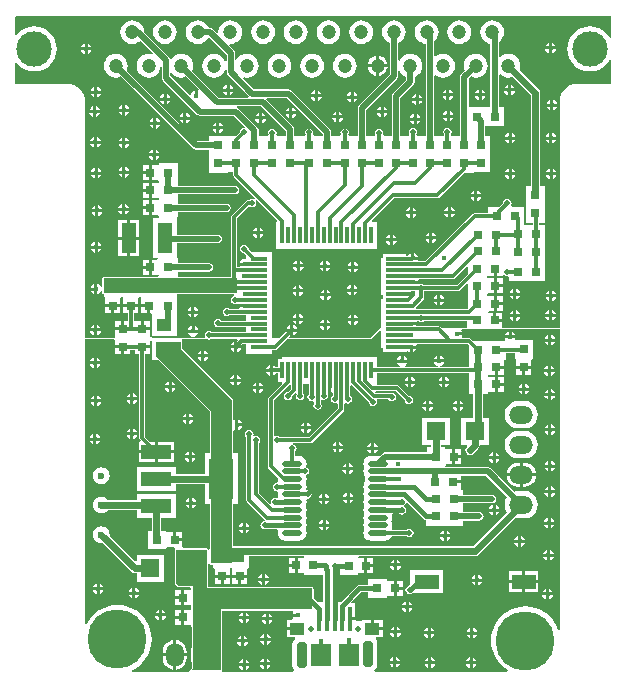
<source format=gtl>
G04 Layer_Physical_Order=1*
G04 Layer_Color=255*
%FSLAX24Y24*%
%MOIN*%
G70*
G01*
G75*
%ADD10R,0.0300X0.0300*%
%ADD11R,0.0157X0.0827*%
%ADD12R,0.0709X0.0748*%
%ADD13R,0.0472X0.0394*%
%ADD14R,0.0300X0.0300*%
%ADD15R,0.0984X0.0472*%
%ADD16R,0.0787X0.1378*%
%ADD17O,0.0650X0.0197*%
%ADD18R,0.0571X0.0118*%
%ADD19R,0.0118X0.0571*%
%ADD20R,0.0500X0.1000*%
%ADD21R,0.0500X0.0400*%
%ADD22R,0.0600X0.0600*%
%ADD23R,0.0787X0.0472*%
%ADD24C,0.0118*%
%ADD25C,0.0236*%
%ADD26C,0.0197*%
%ADD27C,0.0315*%
%ADD28C,0.0157*%
%ADD29C,0.0150*%
%ADD30C,0.0197*%
G04:AMPARAMS|DCode=31|XSize=84.6mil|YSize=31.5mil|CornerRadius=7.9mil|HoleSize=0mil|Usage=FLASHONLY|Rotation=90.000|XOffset=0mil|YOffset=0mil|HoleType=Round|Shape=RoundedRectangle|*
%AMROUNDEDRECTD31*
21,1,0.0846,0.0157,0,0,90.0*
21,1,0.0689,0.0315,0,0,90.0*
1,1,0.0157,0.0079,0.0344*
1,1,0.0157,0.0079,-0.0344*
1,1,0.0157,-0.0079,-0.0344*
1,1,0.0157,-0.0079,0.0344*
%
%ADD31ROUNDEDRECTD31*%
%ADD32C,0.1181*%
%ADD33C,0.0472*%
%ADD34C,0.0236*%
%ADD35C,0.1969*%
%ADD36O,0.0591X0.0787*%
%ADD37O,0.0787X0.0591*%
%ADD38C,0.0160*%
G36*
X14020Y19953D02*
X14116Y19914D01*
X14218Y19900D01*
X14321Y19914D01*
X14359Y19929D01*
X14958Y19331D01*
Y16282D01*
X14811D01*
Y15667D01*
Y15067D01*
X15028D01*
Y14983D01*
X14794D01*
X14746Y14988D01*
Y15603D01*
X14338D01*
X14311Y15653D01*
X14313Y15655D01*
X14324Y15709D01*
X14313Y15762D01*
X14282Y15808D01*
X14237Y15838D01*
X14183Y15849D01*
X14129Y15838D01*
X14084Y15808D01*
X14053Y15762D01*
X14043Y15710D01*
X13935Y15603D01*
X13531D01*
Y15396D01*
X13100D01*
X13062Y15388D01*
X13029Y15366D01*
X11435Y13772D01*
X11225D01*
X11196Y13822D01*
X11197Y13827D01*
X11024D01*
Y13877D01*
X10974D01*
Y14051D01*
X10953Y14047D01*
X10894Y14007D01*
X10868Y13968D01*
X10799D01*
Y14027D01*
X10028D01*
Y13888D01*
X9970D01*
Y13455D01*
Y13061D01*
Y12667D01*
X10028D01*
Y12510D01*
X9970D01*
Y12077D01*
Y11570D01*
X9953D01*
X9598Y11216D01*
X6935D01*
X6916Y11262D01*
X6948Y11294D01*
Y11436D01*
X6806D01*
X6586Y11216D01*
X6348D01*
Y11486D01*
Y11880D01*
Y12274D01*
Y12667D01*
Y12864D01*
Y13258D01*
Y13652D01*
Y14085D01*
X5664D01*
X5554Y14195D01*
X5543Y14247D01*
X5513Y14292D01*
X5467Y14323D01*
X5413Y14333D01*
X5360Y14323D01*
X5314Y14292D01*
X5284Y14247D01*
X5273Y14193D01*
X5284Y14139D01*
X5314Y14094D01*
X5360Y14063D01*
X5412Y14053D01*
X5463Y14002D01*
Y13889D01*
X5433Y13865D01*
X5363Y13851D01*
X5303Y13811D01*
X5264Y13751D01*
X5260Y13731D01*
X5433D01*
Y13631D01*
X5260D01*
X5261Y13625D01*
X5232Y13575D01*
X5179D01*
Y15214D01*
X5578Y15614D01*
X5616Y15589D01*
X5669Y15578D01*
X5723Y15589D01*
X5769Y15619D01*
X5799Y15665D01*
X5810Y15718D01*
X5799Y15772D01*
X5784Y15794D01*
X5823Y15826D01*
X6515Y15135D01*
X6496Y15089D01*
X6467D01*
Y14203D01*
X9852D01*
Y15089D01*
X9686D01*
X9666Y15135D01*
X10406Y15874D01*
X11850D01*
X11889Y15882D01*
X11921Y15903D01*
X12753Y16735D01*
X13054D01*
Y16740D01*
X13615D01*
Y17340D01*
Y17955D01*
X13448D01*
Y18295D01*
X14067D01*
Y18910D01*
X13900D01*
Y19989D01*
X13950Y20007D01*
X14020Y19953D01*
D02*
G37*
G36*
X12876Y13019D02*
Y12670D01*
X12872D01*
Y12197D01*
X11150D01*
X11129Y12247D01*
X11390Y12508D01*
X11412Y12540D01*
X11419Y12579D01*
Y12793D01*
X12544D01*
X12583Y12801D01*
X12615Y12823D01*
X12830Y13038D01*
X12876Y13019D01*
D02*
G37*
G36*
X7389Y3949D02*
Y3892D01*
X7196D01*
Y3642D01*
Y3392D01*
X7389D01*
Y3334D01*
X8004D01*
Y3334D01*
X8053Y3332D01*
Y2431D01*
X7847D01*
X7720Y2559D01*
Y2864D01*
X7707Y2894D01*
X7707Y2894D01*
X7688Y2914D01*
X7657Y2926D01*
X4216D01*
Y3683D01*
X4266Y3693D01*
X4271Y3681D01*
X4301Y3668D01*
X4368D01*
Y3570D01*
X4407D01*
X4425Y3528D01*
X4425Y3520D01*
Y3328D01*
X4675D01*
X4925D01*
Y3520D01*
X4925Y3528D01*
X4943Y3570D01*
X4998D01*
X5016Y3528D01*
X5016Y3520D01*
Y3328D01*
X5266D01*
X5516D01*
Y3520D01*
X5516Y3528D01*
X5534Y3570D01*
X5573D01*
Y3954D01*
X7341D01*
X7389Y3949D01*
D02*
G37*
G36*
X1106Y11149D02*
X1108Y11144D01*
Y10975D01*
X1358D01*
Y10925D01*
X1408D01*
Y10675D01*
X1608D01*
Y10825D01*
X1768D01*
Y10685D01*
X1917D01*
Y7894D01*
X1925Y7855D01*
X1947Y7823D01*
X1956Y7814D01*
X1937Y7767D01*
X1888D01*
Y7481D01*
X2430D01*
Y7767D01*
X2286D01*
X2118Y7935D01*
Y10685D01*
X2268D01*
Y10885D01*
X2018D01*
Y10985D01*
X2268D01*
Y11114D01*
X2318Y11143D01*
X2339Y11131D01*
Y10499D01*
X2531D01*
X4259Y8771D01*
X4259Y8770D01*
Y7372D01*
X4094D01*
Y6686D01*
X3130D01*
Y6919D01*
X1831D01*
Y6132D01*
X3130D01*
Y6365D01*
X4094D01*
Y5679D01*
X4259D01*
Y4171D01*
X4209Y4161D01*
X4203Y4174D01*
X4184Y4194D01*
X4154Y4206D01*
X3387D01*
X3350Y4238D01*
X3350Y4256D01*
Y4438D01*
X3100D01*
Y4488D01*
X3050D01*
Y4738D01*
X2857D01*
X2850Y4738D01*
X2807Y4756D01*
Y4796D01*
X2641D01*
Y5226D01*
X3130D01*
Y6014D01*
X1831D01*
Y5810D01*
X874D01*
X846Y5846D01*
X789Y5890D01*
X722Y5918D01*
X650Y5928D01*
X578Y5918D01*
X511Y5890D01*
X453Y5846D01*
X409Y5789D01*
X381Y5722D01*
X372Y5650D01*
X381Y5578D01*
X409Y5511D01*
X453Y5453D01*
X511Y5409D01*
X578Y5381D01*
X650Y5372D01*
X722Y5381D01*
X789Y5409D01*
X846Y5453D01*
X874Y5489D01*
X1831D01*
Y5226D01*
X2320D01*
Y4796D01*
X2193D01*
Y4181D01*
X2807D01*
Y4220D01*
X2850Y4238D01*
X2857Y4238D01*
X3079D01*
X3098Y4188D01*
X3087Y4163D01*
Y3041D01*
X3100Y3011D01*
X3100Y3011D01*
X3188Y2923D01*
X3219Y2910D01*
X3604D01*
X3641Y2872D01*
X3637Y2832D01*
X3607Y2819D01*
X3599Y2819D01*
X3407D01*
Y2569D01*
Y2319D01*
X3599D01*
X3607Y2319D01*
X3637Y2306D01*
X3649Y2261D01*
X3649Y2217D01*
X3636Y2172D01*
X3606Y2159D01*
X3599Y2159D01*
X3406D01*
Y1909D01*
Y1659D01*
X3599D01*
X3606Y1659D01*
X3649Y1641D01*
Y1602D01*
X3668D01*
Y911D01*
X3653Y876D01*
X3638Y758D01*
Y561D01*
X3653Y443D01*
X3668Y408D01*
Y234D01*
X3621Y188D01*
X3609Y157D01*
X3612Y150D01*
X3583Y100D01*
X1684D01*
X1674Y149D01*
X1701Y161D01*
X1854Y255D01*
X1991Y371D01*
X2108Y508D01*
X2202Y661D01*
X2270Y827D01*
X2312Y1002D01*
X2326Y1181D01*
X2312Y1360D01*
X2270Y1535D01*
X2202Y1701D01*
X2108Y1854D01*
X1991Y1991D01*
X1854Y2108D01*
X1701Y2202D01*
X1535Y2270D01*
X1360Y2312D01*
X1181Y2326D01*
X1002Y2312D01*
X827Y2270D01*
X661Y2202D01*
X508Y2108D01*
X371Y1991D01*
X255Y1854D01*
X161Y1701D01*
X149Y1674D01*
X100Y1684D01*
Y11173D01*
X1051D01*
X1059Y11177D01*
X1106Y11149D01*
D02*
G37*
G36*
X15923Y1489D02*
X15873Y1483D01*
X15873Y1486D01*
X15804Y1652D01*
X15710Y1805D01*
X15593Y1942D01*
X15457Y2058D01*
X15303Y2152D01*
X15137Y2221D01*
X14963Y2263D01*
X14783Y2277D01*
X14604Y2263D01*
X14430Y2221D01*
X14264Y2152D01*
X14110Y2058D01*
X13974Y1942D01*
X13857Y1805D01*
X13763Y1652D01*
X13694Y1486D01*
X13652Y1311D01*
X13638Y1132D01*
X13652Y953D01*
X13694Y778D01*
X13763Y612D01*
X13857Y459D01*
X13974Y322D01*
X14110Y205D01*
X14200Y150D01*
X14186Y100D01*
X9756D01*
X9741Y150D01*
X9777Y174D01*
X9829Y252D01*
X9847Y344D01*
Y1033D01*
X9829Y1126D01*
X9787Y1189D01*
X9808Y1239D01*
X10021D01*
Y1485D01*
X9685D01*
Y1535D01*
X9635D01*
Y1832D01*
X9349D01*
Y1810D01*
X9299Y1777D01*
X9279Y1785D01*
X9213Y1794D01*
X9166Y1787D01*
X9131Y1810D01*
X8937D01*
Y1910D01*
X9116D01*
Y2374D01*
X8987D01*
X8966Y2424D01*
X9300Y2757D01*
X9545D01*
Y2567D01*
X10160D01*
Y2606D01*
X10203Y2624D01*
X10210Y2624D01*
X10403D01*
Y2874D01*
Y3124D01*
X10210D01*
X10203Y3124D01*
X10160Y3142D01*
Y3182D01*
X9545D01*
Y2991D01*
X9252D01*
X9207Y2982D01*
X9170Y2956D01*
X8644Y2431D01*
X8542D01*
Y3505D01*
X8600D01*
Y3315D01*
X9215D01*
Y3372D01*
X9407D01*
Y3622D01*
Y3872D01*
X9215D01*
Y3930D01*
X9255Y3954D01*
X13096D01*
X13096Y3954D01*
X13158Y3966D01*
X13210Y4001D01*
X14431Y5222D01*
X14547Y5207D01*
X14744D01*
X14862Y5222D01*
X14972Y5268D01*
X15067Y5340D01*
X15140Y5435D01*
X15185Y5545D01*
X15201Y5663D01*
X15185Y5782D01*
X15140Y5892D01*
X15067Y5986D01*
X14972Y6059D01*
X14862Y6104D01*
X14744Y6120D01*
X14547D01*
X14429Y6104D01*
X14411Y6097D01*
X13637Y6871D01*
X13591Y6901D01*
X13537Y6912D01*
X12129D01*
X12109Y6956D01*
X12121Y7001D01*
X12151Y7014D01*
X12159Y7014D01*
X12351D01*
Y7264D01*
Y7514D01*
X12159D01*
X12151Y7514D01*
X12109Y7532D01*
Y7571D01*
X11962D01*
Y7653D01*
X12259D01*
Y8568D01*
X11344D01*
Y7653D01*
X11641D01*
Y7571D01*
X11494D01*
Y7404D01*
X10098D01*
X10045Y7394D01*
X9999Y7363D01*
X9922Y7286D01*
X9636D01*
X9569Y7277D01*
X9507Y7251D01*
X9453Y7210D01*
X9412Y7157D01*
X9387Y7094D01*
X9378Y7028D01*
X9387Y6961D01*
X9412Y6900D01*
X9387Y6838D01*
X9378Y6772D01*
X9387Y6705D01*
X9412Y6643D01*
X9450Y6594D01*
X9449Y6593D01*
X9434Y6516D01*
X9449Y6438D01*
X9450Y6437D01*
X9412Y6389D01*
X9387Y6327D01*
X9378Y6260D01*
X9387Y6193D01*
X9412Y6132D01*
X9387Y6071D01*
X9378Y6004D01*
X9387Y5937D01*
X9412Y5876D01*
X9387Y5815D01*
X9378Y5748D01*
X9387Y5681D01*
X9412Y5620D01*
X9387Y5559D01*
X9378Y5492D01*
X9387Y5425D01*
X9412Y5364D01*
X9387Y5303D01*
X9378Y5236D01*
X9387Y5169D01*
X9412Y5108D01*
X9387Y5047D01*
X9378Y4980D01*
X9387Y4914D01*
X9412Y4852D01*
X9387Y4791D01*
X9378Y4724D01*
X9387Y4658D01*
X9412Y4595D01*
X9453Y4542D01*
X9507Y4501D01*
X9569Y4475D01*
X9636Y4466D01*
X10089D01*
X10155Y4475D01*
X10218Y4501D01*
X10271Y4542D01*
X10312Y4595D01*
X10324Y4624D01*
X10818D01*
X10862Y4595D01*
X10915Y4584D01*
X10969Y4595D01*
X11015Y4625D01*
X11045Y4671D01*
X11056Y4724D01*
X11045Y4778D01*
X11015Y4824D01*
X10969Y4854D01*
X10915Y4865D01*
X10862Y4854D01*
X10818Y4825D01*
X10350D01*
X10321Y4874D01*
X10338Y4914D01*
X10347Y4980D01*
X10338Y5047D01*
X10313Y5108D01*
X10338Y5169D01*
X10347Y5236D01*
X10338Y5303D01*
X10327Y5328D01*
X10361Y5378D01*
X10556D01*
X10560Y5372D01*
X10606Y5342D01*
X10659Y5331D01*
X10713Y5342D01*
X10759Y5372D01*
X10789Y5418D01*
X10800Y5472D01*
X10789Y5525D01*
X10759Y5571D01*
X10727Y5592D01*
X10725Y5600D01*
Y5640D01*
X10727Y5648D01*
X10759Y5669D01*
X10789Y5715D01*
X10791Y5725D01*
X10846Y5742D01*
X11394Y5193D01*
X11432Y5168D01*
X11476Y5159D01*
X11484D01*
Y4968D01*
X12699D01*
Y5135D01*
X13248D01*
X13302Y5146D01*
X13347Y5176D01*
X13378Y5222D01*
X13389Y5276D01*
X13378Y5329D01*
X13347Y5375D01*
X13302Y5405D01*
X13248Y5416D01*
X12699D01*
Y5706D01*
X13671D01*
X13725Y5717D01*
X13771Y5747D01*
X13801Y5793D01*
X13812Y5846D01*
X13801Y5900D01*
X13771Y5946D01*
X13725Y5976D01*
X13671Y5987D01*
X12699D01*
Y6164D01*
X12681D01*
X12636Y6177D01*
Y6377D01*
X12386D01*
Y6477D01*
X12636D01*
Y6631D01*
X13479D01*
X14181Y5930D01*
X14152Y5892D01*
X14106Y5782D01*
X14091Y5663D01*
X14106Y5545D01*
X14152Y5435D01*
X14168Y5413D01*
X13030Y4275D01*
X5043D01*
Y5679D01*
X5197D01*
Y7372D01*
X5043D01*
Y8134D01*
X5078Y8153D01*
X5093Y8156D01*
X5107Y8153D01*
Y8327D01*
Y8500D01*
X5093Y8497D01*
X5078Y8501D01*
X5043Y8519D01*
Y9154D01*
X5043Y9154D01*
X5030Y9184D01*
X5030Y9184D01*
X3340Y10874D01*
Y11093D01*
X3327Y11123D01*
X3326Y11123D01*
X3336Y11173D01*
X3693D01*
X3706Y11179D01*
X3711Y11180D01*
X3715Y11179D01*
X3728Y11173D01*
X4083D01*
X4089Y11176D01*
X4095Y11175D01*
X4103Y11182D01*
X4113Y11186D01*
X4148Y11194D01*
X4169Y11192D01*
X4188Y11179D01*
X4242Y11169D01*
X4296Y11179D01*
X4328Y11201D01*
X5186D01*
X5206Y11151D01*
X5182Y11126D01*
Y10984D01*
X5324D01*
X5351Y11012D01*
X5463D01*
Y10699D01*
X6348D01*
Y10815D01*
X6427D01*
X6466Y10823D01*
X6498Y10844D01*
X6848Y11194D01*
X6902Y11194D01*
X6902Y11194D01*
X6905Y11186D01*
X6913Y11183D01*
X6919Y11177D01*
X6927D01*
X6935Y11173D01*
X9598D01*
X9598Y11173D01*
X9628Y11186D01*
X9628Y11186D01*
X9920Y11478D01*
X9970Y11457D01*
Y11289D01*
Y10896D01*
X10028D01*
Y10756D01*
X10799D01*
Y10765D01*
X10829Y10779D01*
X10849Y10784D01*
X10904Y10747D01*
X10924Y10743D01*
Y10916D01*
X10974D01*
Y10966D01*
X11152D01*
X11182Y11012D01*
X12872D01*
X12911Y10973D01*
Y10554D01*
X12906D01*
Y10238D01*
X11950D01*
X11945Y10288D01*
X11970Y10293D01*
X12029Y10333D01*
X12069Y10392D01*
X12073Y10413D01*
X11726D01*
X11730Y10392D01*
X11770Y10333D01*
X11829Y10293D01*
X11854Y10288D01*
X11849Y10238D01*
X10787D01*
X10771Y10288D01*
X10809Y10313D01*
X10849Y10373D01*
X10853Y10393D01*
X10506D01*
X10510Y10373D01*
X10549Y10313D01*
X10587Y10288D01*
X10572Y10238D01*
X9852D01*
Y10581D01*
X6663D01*
Y10523D01*
X6524D01*
Y10238D01*
X6468D01*
X6449Y10268D01*
X6389Y10307D01*
X6369Y10311D01*
Y10138D01*
Y9964D01*
X6389Y9968D01*
X6449Y10008D01*
X6468Y10037D01*
X6524D01*
Y9752D01*
X6663D01*
Y9695D01*
X6663Y9695D01*
X6663D01*
X6633Y9659D01*
X6228Y9254D01*
X6206Y9221D01*
X6199Y9183D01*
Y6939D01*
X6206Y6901D01*
X6228Y6868D01*
X6530Y6566D01*
X6523Y6516D01*
X6532Y6449D01*
X6534Y6444D01*
X6498Y6400D01*
X6496Y6400D01*
X6442Y6390D01*
X6397Y6359D01*
X6366Y6314D01*
X6356Y6260D01*
X6366Y6206D01*
X6397Y6161D01*
X6442Y6130D01*
X6496Y6119D01*
X6498Y6120D01*
X6534Y6076D01*
X6532Y6071D01*
X6523Y6004D01*
X6532Y5937D01*
X6538Y5923D01*
X6508Y5895D01*
X6498Y5888D01*
X6447Y5898D01*
X6393Y5888D01*
X6348Y5857D01*
X6317Y5812D01*
X6306Y5758D01*
X6314Y5720D01*
X6268Y5695D01*
X5898Y6065D01*
Y7710D01*
X5927Y7754D01*
X5938Y7808D01*
X5927Y7862D01*
X5897Y7907D01*
X5851Y7938D01*
X5797Y7948D01*
X5754Y7940D01*
X5754Y7940D01*
X5725Y7964D01*
X5715Y7979D01*
X5721Y8012D01*
X5711Y8066D01*
X5680Y8111D01*
X5634Y8142D01*
X5581Y8152D01*
X5527Y8142D01*
X5481Y8111D01*
X5451Y8066D01*
X5440Y8012D01*
X5451Y7958D01*
X5480Y7914D01*
Y5827D01*
X5488Y5788D01*
X5510Y5756D01*
X6097Y5169D01*
X6095Y5154D01*
X6080Y5118D01*
X6039Y5110D01*
X5993Y5080D01*
X5963Y5034D01*
X5952Y4980D01*
X5963Y4927D01*
X5993Y4881D01*
X6039Y4851D01*
X6093Y4840D01*
X6146Y4851D01*
X6160Y4860D01*
X6507D01*
X6540Y4810D01*
X6532Y4791D01*
X6523Y4724D01*
X6532Y4658D01*
X6558Y4595D01*
X6599Y4542D01*
X6652Y4501D01*
X6715Y4475D01*
X6781Y4466D01*
X7234D01*
X7301Y4475D01*
X7363Y4501D01*
X7417Y4542D01*
X7458Y4595D01*
X7484Y4658D01*
X7492Y4724D01*
X7484Y4791D01*
X7458Y4852D01*
X7484Y4914D01*
X7492Y4980D01*
X7484Y5047D01*
X7458Y5108D01*
X7484Y5169D01*
X7492Y5236D01*
X7484Y5303D01*
X7458Y5364D01*
X7484Y5425D01*
X7492Y5492D01*
X7484Y5559D01*
X7458Y5620D01*
X7484Y5681D01*
X7492Y5748D01*
X7484Y5815D01*
X7481Y5820D01*
X7517Y5864D01*
X7520Y5863D01*
X7573Y5874D01*
X7619Y5905D01*
X7649Y5950D01*
X7660Y6004D01*
X7649Y6058D01*
X7619Y6103D01*
X7573Y6134D01*
X7520Y6144D01*
X7517Y6144D01*
X7481Y6188D01*
X7484Y6193D01*
X7492Y6260D01*
X7484Y6327D01*
X7458Y6388D01*
X7484Y6449D01*
X7492Y6516D01*
X7484Y6583D01*
X7470Y6615D01*
X7485Y6642D01*
X7530Y6672D01*
X7561Y6718D01*
X7572Y6772D01*
X7561Y6825D01*
X7530Y6871D01*
X7485Y6901D01*
X7470Y6929D01*
X7484Y6961D01*
X7492Y7028D01*
X7484Y7094D01*
X7458Y7157D01*
X7417Y7210D01*
X7363Y7251D01*
X7301Y7277D01*
X7234Y7286D01*
X7118D01*
Y7442D01*
X7148Y7486D01*
X7158Y7539D01*
X7148Y7593D01*
X7117Y7639D01*
X7071Y7669D01*
X7045Y7674D01*
X7050Y7724D01*
X7618D01*
X7657Y7732D01*
X7689Y7754D01*
X8723Y8787D01*
X8744Y8820D01*
X8752Y8858D01*
Y9018D01*
X8802Y9045D01*
X8805Y9043D01*
X8858Y9033D01*
X8912Y9043D01*
X8958Y9074D01*
X8988Y9119D01*
X8999Y9173D01*
X8988Y9227D01*
X8958Y9273D01*
X8949Y9278D01*
Y9628D01*
X8999Y9649D01*
X9555Y9093D01*
X9565Y9041D01*
X9596Y8995D01*
X9641Y8965D01*
X9695Y8954D01*
X9749Y8965D01*
X9794Y8995D01*
X9825Y9041D01*
X9835Y9094D01*
X9826Y9141D01*
X9844Y9184D01*
X9848Y9191D01*
X10200D01*
X10225Y9153D01*
X10271Y9122D01*
X10325Y9111D01*
X10379Y9122D01*
X10424Y9153D01*
X10455Y9198D01*
X10465Y9252D01*
X10455Y9306D01*
X10424Y9351D01*
X10379Y9382D01*
X10325Y9392D01*
X10303Y9388D01*
X10285Y9392D01*
X9793D01*
X9782Y9407D01*
X9808Y9457D01*
X10451D01*
X10756Y9152D01*
X10766Y9100D01*
X10796Y9054D01*
X10842Y9024D01*
X10896Y9013D01*
X10949Y9024D01*
X10995Y9054D01*
X11025Y9100D01*
X11036Y9154D01*
X11025Y9207D01*
X10995Y9253D01*
X10949Y9283D01*
X10897Y9294D01*
X10563Y9628D01*
X10531Y9650D01*
X10492Y9657D01*
X9883D01*
X9852Y9695D01*
Y10037D01*
X12906D01*
Y9368D01*
X13053D01*
Y8568D01*
X12644D01*
Y7653D01*
X12823D01*
X12842Y7607D01*
X12829Y7594D01*
X12795Y7542D01*
X12782Y7480D01*
X12795Y7419D01*
X12829Y7367D01*
X12881Y7332D01*
X12943Y7320D01*
X13004Y7332D01*
X13056Y7367D01*
X13215Y7525D01*
X13215Y7525D01*
X13250Y7577D01*
X13262Y7639D01*
X13308Y7653D01*
X13559D01*
Y8568D01*
X13374D01*
Y9368D01*
X13521D01*
Y9407D01*
X13563Y9425D01*
X13571Y9425D01*
X13764D01*
Y9675D01*
Y9925D01*
X13571D01*
X13565Y9925D01*
X13559Y9927D01*
X13544Y9933D01*
Y9988D01*
X13563Y9996D01*
X13571Y9996D01*
X13764D01*
Y10246D01*
X13814D01*
Y10296D01*
X14064D01*
X14064Y10496D01*
X14112Y10500D01*
X14126D01*
Y10707D01*
X14427D01*
Y10529D01*
X14466D01*
X14484Y10487D01*
X14484Y10479D01*
Y10287D01*
X14734D01*
X14984D01*
Y10479D01*
X14984Y10487D01*
X15002Y10529D01*
X15042D01*
Y11144D01*
X14471D01*
X14443Y11187D01*
X14442Y11194D01*
X14445Y11210D01*
X14098D01*
X14102Y11190D01*
X14119Y11165D01*
X14092Y11115D01*
X13053D01*
X12984Y11183D01*
X12952Y11205D01*
X12913Y11213D01*
X12682D01*
X12656Y11263D01*
X12679Y11298D01*
X12683Y11318D01*
X12510D01*
Y11418D01*
X12683D01*
X12679Y11438D01*
X12653Y11478D01*
X12678Y11528D01*
X12852D01*
Y11504D01*
X14067D01*
Y11528D01*
X15923D01*
Y1489D01*
D02*
G37*
G36*
X7567Y9367D02*
X7558Y9361D01*
X7528Y9316D01*
X7517Y9262D01*
X7528Y9208D01*
X7558Y9162D01*
X7604Y9132D01*
X7657Y9121D01*
X7704Y9131D01*
X7750Y9102D01*
X7752Y9088D01*
X7752Y9062D01*
X7725Y9020D01*
X7714Y8967D01*
X7725Y8913D01*
X7755Y8867D01*
X7801Y8837D01*
X7854Y8826D01*
X7908Y8837D01*
X7954Y8867D01*
X7984Y8913D01*
X7995Y8967D01*
X7984Y9020D01*
X7965Y9050D01*
Y9149D01*
X7972Y9152D01*
X8015Y9170D01*
X8061Y9161D01*
X8115Y9171D01*
X8160Y9202D01*
X8191Y9247D01*
X8202Y9301D01*
X8191Y9355D01*
X8187Y9361D01*
X8201Y9425D01*
X8208Y9430D01*
Y9606D01*
X8308D01*
Y9430D01*
X8354Y9399D01*
Y9288D01*
X8346Y9282D01*
X8315Y9237D01*
X8304Y9183D01*
X8315Y9129D01*
X8346Y9084D01*
X8391Y9053D01*
X8445Y9043D01*
X8499Y9053D01*
X8501Y9055D01*
X8551Y9028D01*
Y8900D01*
X7577Y7925D01*
X6614D01*
X6570Y7955D01*
X6516Y7965D01*
X6462Y7955D01*
X6450Y7946D01*
X6400Y7973D01*
Y9141D01*
X6926Y9668D01*
X6976Y9648D01*
Y9530D01*
X6868Y9422D01*
X6816Y9411D01*
X6771Y9381D01*
X6740Y9335D01*
X6730Y9281D01*
X6740Y9228D01*
X6771Y9182D01*
X6816Y9152D01*
X6870Y9141D01*
X6924Y9152D01*
X6969Y9182D01*
X7000Y9228D01*
X7010Y9280D01*
X7120Y9389D01*
X7159Y9357D01*
X7144Y9335D01*
X7133Y9281D01*
X7144Y9228D01*
X7174Y9182D01*
X7220Y9152D01*
X7274Y9141D01*
X7327Y9152D01*
X7373Y9182D01*
X7403Y9228D01*
X7414Y9281D01*
X7403Y9335D01*
X7374Y9379D01*
Y9695D01*
X7567D01*
Y9367D01*
D02*
G37*
G36*
X6798Y18121D02*
Y17950D01*
X6656D01*
Y17955D01*
X6504D01*
X6477Y18005D01*
X6478Y18007D01*
X6489Y18061D01*
X6478Y18115D01*
X6448Y18160D01*
X6402Y18191D01*
X6348Y18202D01*
X6295Y18191D01*
X6249Y18160D01*
X6219Y18115D01*
X6208Y18061D01*
X6219Y18007D01*
X6220Y18005D01*
X6193Y17955D01*
X6041D01*
Y17950D01*
X5889D01*
Y18159D01*
X5878Y18213D01*
X5847Y18259D01*
X5237Y18869D01*
X5192Y18899D01*
X5169Y18904D01*
X5174Y18954D01*
X5965D01*
X6798Y18121D01*
D02*
G37*
G36*
X3032Y20016D02*
X3114Y19953D01*
X3210Y19914D01*
X3313Y19900D01*
X3416Y19914D01*
X3474Y19938D01*
X3890Y19521D01*
X3869Y19482D01*
Y19301D01*
X3769D01*
Y19475D01*
X3749Y19471D01*
X3689Y19431D01*
X3649Y19371D01*
X3640Y19326D01*
X3587Y19309D01*
X2946Y19950D01*
Y20047D01*
X2996Y20064D01*
X3032Y20016D01*
D02*
G37*
G36*
X2490Y11093D02*
X3297D01*
Y10856D01*
X5000Y9154D01*
Y3730D01*
X4980Y3711D01*
X4301D01*
Y8770D01*
X4311Y8780D01*
X2470Y10620D01*
Y11112D01*
X2490Y11093D01*
D02*
G37*
G36*
X12852Y11570D02*
X11967D01*
X11961Y11577D01*
X11928Y11599D01*
X11890Y11606D01*
X11172D01*
X11141Y11653D01*
X10965D01*
Y11753D01*
X11141D01*
X11168Y11793D01*
X11218Y11793D01*
X11220Y11790D01*
X11265Y11760D01*
X11319Y11749D01*
X11373Y11760D01*
X11418Y11790D01*
X11424Y11799D01*
X12852D01*
Y11570D01*
D02*
G37*
G36*
X10603Y20099D02*
X10666Y20016D01*
X10748Y19953D01*
X10806Y19929D01*
Y19814D01*
X10373Y19381D01*
X10343Y19335D01*
X10332Y19282D01*
Y17950D01*
X10209D01*
Y17955D01*
X10067D01*
X10040Y18005D01*
X10041Y18007D01*
X10052Y18061D01*
X10041Y18115D01*
X10011Y18160D01*
X9965Y18191D01*
X9911Y18202D01*
X9858Y18191D01*
X9812Y18160D01*
X9782Y18115D01*
X9771Y18061D01*
X9782Y18007D01*
X9783Y18005D01*
X9756Y17955D01*
X9594D01*
Y17950D01*
X9471D01*
Y18830D01*
X10501Y19859D01*
X10531Y19905D01*
X10542Y19959D01*
Y20115D01*
X10592Y20125D01*
X10603Y20099D01*
D02*
G37*
G36*
X8029Y18032D02*
Y17950D01*
X7876D01*
Y17955D01*
X7727D01*
X7701Y18005D01*
X7709Y18017D01*
X7719Y18071D01*
X7709Y18125D01*
X7678Y18170D01*
X7632Y18201D01*
X7579Y18211D01*
X7525Y18201D01*
X7479Y18170D01*
X7449Y18125D01*
X7438Y18071D01*
X7449Y18017D01*
X7457Y18005D01*
X7434Y17955D01*
X7294D01*
X7261Y17955D01*
X7261Y17955D01*
X7246Y17950D01*
Y17950D01*
X7079D01*
Y18179D01*
X7069Y18233D01*
X7038Y18278D01*
X6137Y19180D01*
X6157Y19230D01*
X6832D01*
X8029Y18032D01*
D02*
G37*
G36*
X4173Y4144D02*
Y2884D01*
X7657D01*
X7677Y2864D01*
Y2201D01*
X7651Y2175D01*
X4626D01*
Y177D01*
X4587Y138D01*
X4567Y157D01*
X3652D01*
X3711Y217D01*
Y2953D01*
X3219D01*
X3130Y3041D01*
Y4163D01*
X4154D01*
X4173Y4144D01*
D02*
G37*
G36*
X5167Y13199D02*
Y12717D01*
X5166Y12715D01*
X726D01*
Y13206D01*
X728Y13209D01*
X5177D01*
X5167Y13199D01*
D02*
G37*
G36*
X12876Y13585D02*
Y13368D01*
X12503Y12994D01*
X11417D01*
X11373Y13024D01*
X11319Y13034D01*
X11265Y13024D01*
X11255Y13017D01*
X11234Y13031D01*
X11033D01*
Y13131D01*
X11210D01*
X11241Y13177D01*
X12362D01*
X12401Y13185D01*
X12433Y13207D01*
X12830Y13604D01*
X12876Y13585D01*
D02*
G37*
G36*
X-2175Y21947D02*
X17638D01*
Y21944D01*
X17642Y21943D01*
X17643Y21939D01*
X17646D01*
Y21220D01*
X17596Y21207D01*
X17560Y21274D01*
X17467Y21388D01*
X17353Y21481D01*
X17223Y21551D01*
X17082Y21594D01*
X16935Y21608D01*
X16788Y21594D01*
X16647Y21551D01*
X16517Y21481D01*
X16404Y21388D01*
X16310Y21274D01*
X16241Y21144D01*
X16198Y21003D01*
X16183Y20856D01*
X16198Y20710D01*
X16241Y20569D01*
X16310Y20439D01*
X16404Y20325D01*
X16517Y20231D01*
X16647Y20162D01*
X16788Y20119D01*
X16935Y20105D01*
X17082Y20119D01*
X17223Y20162D01*
X17353Y20231D01*
X17467Y20325D01*
X17560Y20439D01*
X17596Y20505D01*
X17646Y20493D01*
Y19697D01*
X16506D01*
Y19698D01*
X16392Y19686D01*
X16283Y19653D01*
X16182Y19599D01*
X16093Y19527D01*
X16021Y19438D01*
X15967Y19337D01*
X15934Y19228D01*
X15922Y19114D01*
X15923D01*
Y11570D01*
X14009D01*
Y11761D01*
X13759D01*
Y11811D01*
X13709D01*
Y12061D01*
X13549D01*
X13545Y12076D01*
X13576Y12112D01*
X13730D01*
Y12362D01*
Y12612D01*
X13537D01*
X13530Y12612D01*
X13519Y12617D01*
X13496Y12648D01*
X13506Y12701D01*
X13534Y12713D01*
X13541Y12713D01*
X13734D01*
Y12963D01*
Y13213D01*
X13541D01*
X13536Y13213D01*
X13529Y13215D01*
X13514Y13221D01*
Y13275D01*
X13534Y13283D01*
X13541Y13283D01*
X13734D01*
Y13533D01*
X13834D01*
Y13283D01*
X14034D01*
Y13310D01*
X14084Y13326D01*
X14129Y13295D01*
X14183Y13285D01*
X14220Y13254D01*
Y13118D01*
X15435D01*
Y13733D01*
X15435Y13733D01*
X15445Y13777D01*
X15445Y13777D01*
X15445Y13778D01*
Y14392D01*
X15435D01*
Y14983D01*
X15228D01*
Y15067D01*
X15426D01*
Y15667D01*
Y16282D01*
X15279D01*
Y19398D01*
X15279Y19398D01*
X15266Y19459D01*
X15232Y19511D01*
X14586Y20156D01*
X14602Y20194D01*
X14616Y20297D01*
X14602Y20400D01*
X14562Y20496D01*
X14499Y20578D01*
X14417Y20641D01*
X14321Y20681D01*
X14218Y20694D01*
X14116Y20681D01*
X14020Y20641D01*
X13950Y20588D01*
X13900Y20606D01*
Y21093D01*
X13954Y21135D01*
X14017Y21217D01*
X14057Y21313D01*
X14070Y21415D01*
X14057Y21518D01*
X14017Y21614D01*
X13954Y21696D01*
X13872Y21759D01*
X13776Y21799D01*
X13673Y21812D01*
X13570Y21799D01*
X13475Y21759D01*
X13392Y21696D01*
X13329Y21614D01*
X13290Y21518D01*
X13276Y21415D01*
X13290Y21313D01*
X13329Y21217D01*
X13392Y21135D01*
X13475Y21071D01*
X13570Y21032D01*
X13619Y21025D01*
Y18910D01*
X12887D01*
Y19857D01*
X12967Y19938D01*
X13025Y19914D01*
X13128Y19900D01*
X13231Y19914D01*
X13326Y19953D01*
X13409Y20016D01*
X13472Y20099D01*
X13512Y20194D01*
X13525Y20297D01*
X13512Y20400D01*
X13472Y20496D01*
X13409Y20578D01*
X13326Y20641D01*
X13231Y20681D01*
X13128Y20694D01*
X13025Y20681D01*
X12929Y20641D01*
X12847Y20578D01*
X12784Y20496D01*
X12744Y20400D01*
X12731Y20297D01*
X12744Y20194D01*
X12768Y20136D01*
X12647Y20015D01*
X12616Y19969D01*
X12606Y19915D01*
Y17950D01*
X12483D01*
Y17955D01*
X12306D01*
X12292Y17985D01*
X12287Y18005D01*
X12315Y18047D01*
X12326Y18100D01*
X12315Y18154D01*
X12284Y18200D01*
X12239Y18230D01*
X12185Y18241D01*
X12131Y18230D01*
X12086Y18200D01*
X12055Y18154D01*
X12045Y18100D01*
X12055Y18047D01*
X12075Y18017D01*
Y17955D01*
X11868D01*
Y17950D01*
X11745D01*
Y19962D01*
X11795Y19987D01*
X11839Y19953D01*
X11935Y19914D01*
X12037Y19900D01*
X12140Y19914D01*
X12236Y19953D01*
X12318Y20016D01*
X12381Y20099D01*
X12421Y20194D01*
X12435Y20297D01*
X12421Y20400D01*
X12381Y20496D01*
X12318Y20578D01*
X12236Y20641D01*
X12140Y20681D01*
X12037Y20694D01*
X11935Y20681D01*
X11839Y20641D01*
X11795Y20607D01*
X11745Y20632D01*
Y21113D01*
X11773Y21135D01*
X11836Y21217D01*
X11876Y21313D01*
X11889Y21415D01*
X11876Y21518D01*
X11836Y21614D01*
X11773Y21696D01*
X11691Y21759D01*
X11595Y21799D01*
X11492Y21812D01*
X11389Y21799D01*
X11294Y21759D01*
X11211Y21696D01*
X11148Y21614D01*
X11109Y21518D01*
X11095Y21415D01*
X11109Y21313D01*
X11148Y21217D01*
X11211Y21135D01*
X11294Y21071D01*
X11389Y21032D01*
X11464Y21022D01*
Y17950D01*
X11341D01*
Y17955D01*
X11175D01*
X11149Y18005D01*
X11163Y18027D01*
X11174Y18081D01*
X11163Y18134D01*
X11133Y18180D01*
X11087Y18211D01*
X11033Y18221D01*
X10980Y18211D01*
X10934Y18180D01*
X10904Y18134D01*
X10893Y18081D01*
X10904Y18027D01*
X10918Y18005D01*
X10892Y17955D01*
X10726D01*
Y17950D01*
X10613D01*
Y19223D01*
X11046Y19657D01*
X11077Y19702D01*
X11087Y19756D01*
Y19929D01*
X11145Y19953D01*
X11228Y20016D01*
X11291Y20099D01*
X11330Y20194D01*
X11344Y20297D01*
X11330Y20400D01*
X11291Y20496D01*
X11228Y20578D01*
X11145Y20641D01*
X11050Y20681D01*
X10947Y20694D01*
X10844Y20681D01*
X10748Y20641D01*
X10666Y20578D01*
X10603Y20496D01*
X10592Y20470D01*
X10542Y20479D01*
Y21047D01*
X10600Y21071D01*
X10682Y21135D01*
X10745Y21217D01*
X10785Y21313D01*
X10799Y21415D01*
X10785Y21518D01*
X10745Y21614D01*
X10682Y21696D01*
X10600Y21759D01*
X10504Y21799D01*
X10402Y21812D01*
X10299Y21799D01*
X10203Y21759D01*
X10121Y21696D01*
X10058Y21614D01*
X10018Y21518D01*
X10004Y21415D01*
X10018Y21313D01*
X10058Y21217D01*
X10121Y21135D01*
X10203Y21071D01*
X10261Y21047D01*
Y20017D01*
X9231Y18987D01*
X9201Y18942D01*
X9190Y18888D01*
Y17950D01*
X9067D01*
Y17955D01*
X8908D01*
X8882Y18005D01*
X8890Y18017D01*
X8900Y18071D01*
X8890Y18125D01*
X8859Y18170D01*
X8814Y18201D01*
X8760Y18211D01*
X8706Y18201D01*
X8661Y18170D01*
X8630Y18125D01*
X8619Y18071D01*
X8630Y18017D01*
X8638Y18005D01*
X8611Y17955D01*
X8452D01*
Y17950D01*
X8310D01*
Y18091D01*
X8299Y18144D01*
X8269Y18190D01*
X6989Y19469D01*
X6944Y19500D01*
X6890Y19511D01*
X5737D01*
X5382Y19865D01*
X5407Y19912D01*
X5494Y19900D01*
X5597Y19914D01*
X5693Y19953D01*
X5775Y20016D01*
X5838Y20099D01*
X5878Y20194D01*
X5891Y20297D01*
X5878Y20400D01*
X5838Y20496D01*
X5775Y20578D01*
X5693Y20641D01*
X5597Y20681D01*
X5494Y20694D01*
X5391Y20681D01*
X5296Y20641D01*
X5213Y20578D01*
X5151Y20497D01*
X5147Y20497D01*
X5101Y20508D01*
Y20719D01*
X5090Y20772D01*
X5060Y20818D01*
X4904Y20974D01*
X4927Y21021D01*
X4949Y21018D01*
X5052Y21032D01*
X5147Y21071D01*
X5230Y21135D01*
X5293Y21217D01*
X5332Y21313D01*
X5346Y21415D01*
X5332Y21518D01*
X5293Y21614D01*
X5230Y21696D01*
X5147Y21759D01*
X5052Y21799D01*
X4949Y21812D01*
X4846Y21799D01*
X4750Y21759D01*
X4668Y21696D01*
X4605Y21614D01*
X4565Y21518D01*
X4552Y21415D01*
X4555Y21394D01*
X4507Y21371D01*
X4363Y21515D01*
X4318Y21545D01*
X4264Y21556D01*
X4226D01*
X4202Y21614D01*
X4139Y21696D01*
X4057Y21759D01*
X3961Y21799D01*
X3858Y21812D01*
X3755Y21799D01*
X3660Y21759D01*
X3577Y21696D01*
X3514Y21614D01*
X3475Y21518D01*
X3461Y21415D01*
X3475Y21313D01*
X3514Y21217D01*
X3577Y21135D01*
X3660Y21071D01*
X3755Y21032D01*
X3858Y21018D01*
X3961Y21032D01*
X4057Y21071D01*
X4139Y21135D01*
X4198Y21212D01*
X4217Y21221D01*
X4252Y21228D01*
X4820Y20660D01*
Y20451D01*
X4770Y20441D01*
X4747Y20496D01*
X4684Y20578D01*
X4602Y20641D01*
X4506Y20681D01*
X4404Y20694D01*
X4301Y20681D01*
X4205Y20641D01*
X4123Y20578D01*
X4060Y20496D01*
X4020Y20400D01*
X4006Y20297D01*
X4020Y20194D01*
X4060Y20099D01*
X4123Y20016D01*
X4205Y19953D01*
X4301Y19914D01*
X4404Y19900D01*
X4506Y19914D01*
X4602Y19953D01*
X4684Y20016D01*
X4747Y20099D01*
X4770Y20153D01*
X4820Y20144D01*
Y20089D01*
X4831Y20035D01*
X4861Y19989D01*
X5566Y19285D01*
X5545Y19235D01*
X4574D01*
X3673Y20136D01*
X3697Y20194D01*
X3710Y20297D01*
X3697Y20400D01*
X3657Y20496D01*
X3594Y20578D01*
X3512Y20641D01*
X3416Y20681D01*
X3313Y20694D01*
X3210Y20681D01*
X3114Y20641D01*
X3032Y20578D01*
X2989Y20521D01*
X2935Y20534D01*
X2935Y20536D01*
X2904Y20582D01*
X2074Y21412D01*
X2074Y21415D01*
X2061Y21518D01*
X2021Y21614D01*
X1958Y21696D01*
X1876Y21759D01*
X1780Y21799D01*
X1677Y21812D01*
X1574Y21799D01*
X1479Y21759D01*
X1396Y21696D01*
X1333Y21614D01*
X1294Y21518D01*
X1280Y21415D01*
X1294Y21313D01*
X1333Y21217D01*
X1396Y21135D01*
X1479Y21071D01*
X1574Y21032D01*
X1677Y21018D01*
X1780Y21032D01*
X1876Y21071D01*
X1956Y21133D01*
X2374Y20715D01*
X2346Y20672D01*
X2325Y20681D01*
X2222Y20694D01*
X2120Y20681D01*
X2024Y20641D01*
X1942Y20578D01*
X1879Y20496D01*
X1839Y20400D01*
X1825Y20297D01*
X1839Y20194D01*
X1879Y20099D01*
X1942Y20016D01*
X2024Y19953D01*
X2120Y19914D01*
X2222Y19900D01*
X2325Y19914D01*
X2421Y19953D01*
X2503Y20016D01*
X2566Y20099D01*
X2606Y20194D01*
X2615Y20260D01*
X2665Y20257D01*
Y19892D01*
X2675Y19838D01*
X2706Y19792D01*
X3828Y18670D01*
X3873Y18640D01*
X3927Y18629D01*
X5080D01*
X5447Y18262D01*
X5423Y18215D01*
X5394Y18221D01*
X5340Y18211D01*
X5294Y18180D01*
X5264Y18134D01*
X5254Y18082D01*
X5126Y17955D01*
X4840D01*
Y17950D01*
X4240D01*
Y17783D01*
X3845D01*
X1491Y20136D01*
X1515Y20194D01*
X1529Y20297D01*
X1515Y20400D01*
X1476Y20496D01*
X1413Y20578D01*
X1330Y20641D01*
X1235Y20681D01*
X1132Y20694D01*
X1029Y20681D01*
X933Y20641D01*
X851Y20578D01*
X788Y20496D01*
X748Y20400D01*
X735Y20297D01*
X748Y20194D01*
X788Y20099D01*
X851Y20016D01*
X933Y19953D01*
X1029Y19914D01*
X1132Y19900D01*
X1235Y19914D01*
X1293Y19938D01*
X3687Y17543D01*
X3733Y17513D01*
X3787Y17502D01*
X4240D01*
Y17335D01*
Y16735D01*
X4855D01*
Y16740D01*
X5047D01*
Y16644D01*
X5055Y16605D01*
X5077Y16573D01*
X5777Y15872D01*
X5745Y15834D01*
X5723Y15848D01*
X5669Y15859D01*
X5616Y15848D01*
X5571Y15819D01*
X5541D01*
X5503Y15811D01*
X5470Y15789D01*
X5008Y15327D01*
X4986Y15294D01*
X4978Y15256D01*
Y13484D01*
Y13251D01*
X3228D01*
X3188Y13275D01*
X3188Y13301D01*
Y13432D01*
X4242D01*
X4296Y13443D01*
X4341Y13473D01*
X4372Y13519D01*
X4383Y13573D01*
X4372Y13627D01*
X4341Y13672D01*
X4296Y13703D01*
X4242Y13713D01*
X3188D01*
Y13890D01*
X3173D01*
Y14387D01*
X4528D01*
X4581Y14398D01*
X4627Y14428D01*
X4657Y14474D01*
X4668Y14528D01*
X4657Y14581D01*
X4627Y14627D01*
X4581Y14657D01*
X4528Y14668D01*
X3173D01*
Y15204D01*
X3173Y15205D01*
X3176Y15254D01*
X3188D01*
Y15411D01*
X4823D01*
X4877Y15421D01*
X4922Y15452D01*
X4953Y15497D01*
X4963Y15551D01*
X4953Y15605D01*
X4922Y15651D01*
X4877Y15681D01*
X4823Y15692D01*
X3188D01*
Y16011D01*
X5108D01*
X5162Y16022D01*
X5208Y16052D01*
X5238Y16098D01*
X5249Y16152D01*
X5238Y16205D01*
X5208Y16251D01*
X5162Y16281D01*
X5108Y16292D01*
X3188D01*
Y16425D01*
Y17040D01*
X2573D01*
Y17000D01*
X2531Y16982D01*
X2523Y16982D01*
X2331D01*
Y16732D01*
Y16482D01*
X2523D01*
X2531Y16482D01*
X2570Y16466D01*
Y16418D01*
X2531Y16402D01*
X2523Y16402D01*
X2331D01*
Y16152D01*
Y15902D01*
X2523D01*
X2531Y15902D01*
X2573Y15884D01*
Y15829D01*
X2531Y15811D01*
X2523Y15811D01*
X2331D01*
Y15561D01*
Y15311D01*
X2523D01*
X2531Y15311D01*
X2573Y15293D01*
Y15255D01*
X2573Y15254D01*
X2570Y15205D01*
X2358D01*
Y13890D01*
X2537D01*
X2539Y13879D01*
X2537Y13873D01*
X2498Y13833D01*
X2331D01*
Y13583D01*
Y13333D01*
X2523D01*
X2531Y13333D01*
X2561Y13320D01*
X2561Y13290D01*
X2519Y13251D01*
X728D01*
X698Y13239D01*
X698Y13239D01*
X696Y13236D01*
X683Y13206D01*
Y12913D01*
X633Y12908D01*
X632Y12915D01*
X592Y12974D01*
X533Y13014D01*
X513Y13018D01*
Y12844D01*
Y12671D01*
X533Y12675D01*
X592Y12715D01*
X632Y12774D01*
X633Y12781D01*
X683Y12776D01*
Y12715D01*
X696Y12685D01*
X726Y12672D01*
Y12591D01*
X765D01*
X783Y12549D01*
X783Y12541D01*
Y12349D01*
X1033D01*
X1283D01*
Y12541D01*
X1283Y12549D01*
X1302Y12591D01*
X1366D01*
X1384Y12549D01*
X1384Y12541D01*
Y12349D01*
X1634D01*
X1884D01*
Y12541D01*
X1884Y12549D01*
X1902Y12591D01*
X1956D01*
X1974Y12549D01*
X1974Y12541D01*
Y12349D01*
X2224D01*
Y12299D01*
X2274D01*
Y12049D01*
X2303D01*
X2339Y12014D01*
X2339Y11999D01*
Y11299D01*
X3154D01*
Y11986D01*
X3183D01*
Y12672D01*
X5061D01*
X5066Y12622D01*
X5055Y12620D01*
X5009Y12589D01*
X4978Y12544D01*
X4968Y12490D01*
X4978Y12436D01*
X5009Y12391D01*
X5055Y12360D01*
X5108Y12350D01*
X5162Y12360D01*
X5206Y12390D01*
X5219D01*
X5247Y12353D01*
X5433D01*
Y12253D01*
X5260D01*
X5261Y12247D01*
X5232Y12197D01*
X4931D01*
X4886Y12226D01*
X4833Y12237D01*
X4779Y12226D01*
X4733Y12196D01*
X4703Y12150D01*
X4692Y12096D01*
X4703Y12043D01*
X4733Y11997D01*
X4779Y11967D01*
X4833Y11956D01*
X4886Y11967D01*
X4931Y11996D01*
X5463D01*
Y11803D01*
X4646D01*
X4627Y11832D01*
X4581Y11862D01*
X4528Y11873D01*
X4474Y11862D01*
X4428Y11832D01*
X4398Y11786D01*
X4387Y11732D01*
X4398Y11679D01*
X4428Y11633D01*
X4474Y11602D01*
X4528Y11592D01*
X4581Y11602D01*
X5463D01*
Y11409D01*
X4340D01*
X4296Y11439D01*
X4242Y11450D01*
X4188Y11439D01*
X4143Y11408D01*
X4112Y11363D01*
X4102Y11309D01*
X4110Y11266D01*
X4083Y11216D01*
X3728D01*
X3723Y11266D01*
X3745Y11270D01*
X3781Y11277D01*
X3840Y11317D01*
X3880Y11377D01*
X3884Y11397D01*
X3537D01*
X3541Y11377D01*
X3581Y11317D01*
X3640Y11277D01*
X3676Y11270D01*
X3698Y11266D01*
X3693Y11216D01*
X2325D01*
Y11243D01*
X2286D01*
X2268Y11285D01*
X2268Y11293D01*
Y11485D01*
X2018D01*
Y11535D01*
X1968D01*
Y11785D01*
X1768D01*
X1734Y11822D01*
Y12049D01*
X1884D01*
Y12249D01*
X1634D01*
X1384D01*
Y12049D01*
X1534D01*
Y11775D01*
X1408D01*
Y11525D01*
X1358D01*
Y11475D01*
X1108D01*
Y11283D01*
X1108Y11275D01*
X1090Y11233D01*
X1051D01*
Y11216D01*
X100D01*
Y19085D01*
X101D01*
X90Y19204D01*
X55Y19319D01*
X-2Y19425D01*
X-78Y19518D01*
X-171Y19594D01*
X-277Y19651D01*
X-392Y19686D01*
X-512Y19698D01*
Y19697D01*
X-2205D01*
Y19698D01*
X-2224Y19706D01*
X-2231Y19724D01*
X-2232D01*
Y20388D01*
X-2182Y20405D01*
X-2116Y20325D01*
X-2002Y20231D01*
X-1872Y20162D01*
X-1731Y20119D01*
X-1585Y20105D01*
X-1438Y20119D01*
X-1297Y20162D01*
X-1167Y20231D01*
X-1053Y20325D01*
X-960Y20439D01*
X-890Y20569D01*
X-847Y20710D01*
X-833Y20856D01*
X-847Y21003D01*
X-890Y21144D01*
X-960Y21274D01*
X-1053Y21388D01*
X-1167Y21481D01*
X-1297Y21551D01*
X-1438Y21594D01*
X-1585Y21608D01*
X-1731Y21594D01*
X-1872Y21551D01*
X-2002Y21481D01*
X-2116Y21388D01*
X-2182Y21307D01*
X-2232Y21325D01*
Y21890D01*
X-2233Y21892D01*
X-2217Y21931D01*
X-2177Y21947D01*
X-2175Y21947D01*
D02*
G37*
G36*
X7053Y2083D02*
X7026Y2042D01*
X7022Y2022D01*
X7196D01*
Y1922D01*
X7022D01*
X7026Y1902D01*
X7039Y1882D01*
X7013Y1832D01*
X6829D01*
Y1585D01*
X7165D01*
Y1485D01*
X6829D01*
Y1239D01*
X7095D01*
X7110Y1189D01*
X7074Y1164D01*
X7022Y1086D01*
X7003Y994D01*
Y305D01*
X7022Y213D01*
X7063Y150D01*
X7042Y100D01*
X4680D01*
X4656Y147D01*
X4669Y177D01*
Y2133D01*
X7029D01*
X7053Y2083D01*
D02*
G37*
%LPC*%
G36*
X14222Y16866D02*
X14201Y16862D01*
X14142Y16823D01*
X14102Y16763D01*
X14098Y16743D01*
X14222D01*
Y16866D01*
D02*
G37*
G36*
X14322D02*
Y16743D01*
X14445D01*
X14441Y16763D01*
X14401Y16823D01*
X14342Y16862D01*
X14322Y16866D01*
D02*
G37*
G36*
X14231Y18057D02*
X14211Y18053D01*
X14152Y18014D01*
X14112Y17954D01*
X14108Y17934D01*
X14231D01*
Y18057D01*
D02*
G37*
G36*
X14332D02*
Y17934D01*
X14455D01*
X14451Y17954D01*
X14411Y18014D01*
X14352Y18053D01*
X14332Y18057D01*
D02*
G37*
G36*
X14455Y17834D02*
X14332D01*
Y17710D01*
X14352Y17714D01*
X14411Y17754D01*
X14451Y17814D01*
X14455Y17834D01*
D02*
G37*
G36*
X14231D02*
X14108D01*
X14112Y17814D01*
X14152Y17754D01*
X14211Y17714D01*
X14231Y17710D01*
Y17834D01*
D02*
G37*
G36*
X14202Y19662D02*
X14182Y19658D01*
X14122Y19618D01*
X14082Y19558D01*
X14078Y19538D01*
X14202D01*
Y19662D01*
D02*
G37*
G36*
X14302D02*
Y19538D01*
X14425D01*
X14421Y19558D01*
X14382Y19618D01*
X14322Y19658D01*
X14302Y19662D01*
D02*
G37*
G36*
X14202Y19438D02*
X14078D01*
X14082Y19418D01*
X14122Y19358D01*
X14182Y19319D01*
X14202Y19315D01*
Y19438D01*
D02*
G37*
G36*
X14425D02*
X14302D01*
Y19315D01*
X14322Y19319D01*
X14382Y19358D01*
X14421Y19418D01*
X14425Y19438D01*
D02*
G37*
G36*
X14445Y16643D02*
X14322D01*
Y16519D01*
X14342Y16523D01*
X14401Y16563D01*
X14441Y16623D01*
X14445Y16643D01*
D02*
G37*
G36*
X7245Y12024D02*
Y11900D01*
X7368D01*
X7364Y11921D01*
X7325Y11980D01*
X7265Y12020D01*
X7245Y12024D01*
D02*
G37*
G36*
X9085Y11994D02*
Y11871D01*
X9209D01*
X9205Y11891D01*
X9165Y11951D01*
X9106Y11990D01*
X9085Y11994D01*
D02*
G37*
G36*
X7145Y12024D02*
X7125Y12020D01*
X7065Y11980D01*
X7025Y11921D01*
X7021Y11900D01*
X7145D01*
Y12024D01*
D02*
G37*
G36*
X9189Y12765D02*
X9066D01*
Y12641D01*
X9086Y12645D01*
X9145Y12685D01*
X9185Y12745D01*
X9189Y12765D01*
D02*
G37*
G36*
X7368Y12755D02*
X7245D01*
Y12632D01*
X7265Y12636D01*
X7325Y12675D01*
X7364Y12735D01*
X7368Y12755D01*
D02*
G37*
G36*
X8966Y12765D02*
X8842D01*
X8846Y12745D01*
X8886Y12685D01*
X8946Y12645D01*
X8966Y12641D01*
Y12765D01*
D02*
G37*
G36*
X8070Y12831D02*
X8050Y12827D01*
X7990Y12787D01*
X7951Y12728D01*
X7947Y12707D01*
X8070D01*
Y12831D01*
D02*
G37*
G36*
X8170D02*
Y12707D01*
X8294D01*
X8290Y12728D01*
X8250Y12787D01*
X8190Y12827D01*
X8170Y12831D01*
D02*
G37*
G36*
X7145Y12755D02*
X7021D01*
X7025Y12735D01*
X7065Y12675D01*
X7125Y12636D01*
X7145Y12632D01*
Y12755D01*
D02*
G37*
G36*
X8070Y12607D02*
X7947D01*
X7951Y12587D01*
X7990Y12528D01*
X8050Y12488D01*
X8070Y12484D01*
Y12607D01*
D02*
G37*
G36*
X8294D02*
X8170D01*
Y12484D01*
X8190Y12488D01*
X8250Y12528D01*
X8290Y12587D01*
X8294Y12607D01*
D02*
G37*
G36*
X7172Y11436D02*
X7048D01*
Y11313D01*
X7068Y11317D01*
X7128Y11357D01*
X7168Y11416D01*
X7172Y11436D01*
D02*
G37*
G36*
X8060Y11604D02*
X7937D01*
X7941Y11583D01*
X7981Y11524D01*
X8040Y11484D01*
X8060Y11480D01*
Y11604D01*
D02*
G37*
G36*
X8284D02*
X8160D01*
Y11480D01*
X8180Y11484D01*
X8240Y11524D01*
X8280Y11583D01*
X8284Y11604D01*
D02*
G37*
G36*
X6948Y11660D02*
X6928Y11656D01*
X6868Y11616D01*
X6829Y11556D01*
X6825Y11536D01*
X6948D01*
Y11660D01*
D02*
G37*
G36*
X8060Y11827D02*
X8040Y11823D01*
X7981Y11783D01*
X7941Y11724D01*
X7937Y11704D01*
X8060D01*
Y11827D01*
D02*
G37*
G36*
X8160D02*
Y11704D01*
X8284D01*
X8280Y11724D01*
X8240Y11783D01*
X8180Y11823D01*
X8160Y11827D01*
D02*
G37*
G36*
X8985Y11994D02*
X8965Y11990D01*
X8906Y11951D01*
X8866Y11891D01*
X8862Y11871D01*
X8985D01*
Y11994D01*
D02*
G37*
G36*
X7368Y11800D02*
X7245D01*
Y11677D01*
X7265Y11681D01*
X7325Y11721D01*
X7364Y11780D01*
X7368Y11800D01*
D02*
G37*
G36*
X7048Y11660D02*
Y11536D01*
X7172D01*
X7168Y11556D01*
X7128Y11616D01*
X7068Y11656D01*
X7048Y11660D01*
D02*
G37*
G36*
X9209Y11771D02*
X9085D01*
Y11647D01*
X9106Y11651D01*
X9165Y11691D01*
X9205Y11751D01*
X9209Y11771D01*
D02*
G37*
G36*
X7145Y11800D02*
X7021D01*
X7025Y11780D01*
X7065Y11721D01*
X7125Y11681D01*
X7145Y11677D01*
Y11800D01*
D02*
G37*
G36*
X8985Y11771D02*
X8862D01*
X8866Y11751D01*
X8906Y11691D01*
X8965Y11651D01*
X8985Y11647D01*
Y11771D01*
D02*
G37*
G36*
X12204Y15363D02*
X12080D01*
X12084Y15343D01*
X12124Y15284D01*
X12184Y15244D01*
X12204Y15240D01*
Y15363D01*
D02*
G37*
G36*
X12427D02*
X12304D01*
Y15240D01*
X12324Y15244D01*
X12384Y15284D01*
X12423Y15343D01*
X12427Y15363D01*
D02*
G37*
G36*
X10924Y15354D02*
X10801D01*
X10805Y15333D01*
X10845Y15274D01*
X10904Y15234D01*
X10924Y15230D01*
Y15354D01*
D02*
G37*
G36*
X11148D02*
X11024D01*
Y15230D01*
X11045Y15234D01*
X11104Y15274D01*
X11144Y15333D01*
X11148Y15354D01*
D02*
G37*
G36*
X5926Y14898D02*
Y14774D01*
X6049D01*
X6045Y14795D01*
X6006Y14854D01*
X5946Y14894D01*
X5926Y14898D01*
D02*
G37*
G36*
X6049Y14674D02*
X5926D01*
Y14551D01*
X5946Y14555D01*
X6006Y14595D01*
X6045Y14654D01*
X6049Y14674D01*
D02*
G37*
G36*
X10365Y14662D02*
Y14538D01*
X10488D01*
X10484Y14558D01*
X10445Y14618D01*
X10385Y14658D01*
X10365Y14662D01*
D02*
G37*
G36*
X5826Y14674D02*
X5702D01*
X5706Y14654D01*
X5746Y14595D01*
X5806Y14555D01*
X5826Y14551D01*
Y14674D01*
D02*
G37*
G36*
X11684Y14731D02*
Y14607D01*
X11807D01*
X11803Y14627D01*
X11764Y14687D01*
X11704Y14727D01*
X11684Y14731D01*
D02*
G37*
G36*
X5826Y14898D02*
X5806Y14894D01*
X5746Y14854D01*
X5706Y14795D01*
X5702Y14774D01*
X5826D01*
Y14898D01*
D02*
G37*
G36*
X11584Y14731D02*
X11564Y14727D01*
X11504Y14687D01*
X11464Y14627D01*
X11460Y14607D01*
X11584D01*
Y14731D01*
D02*
G37*
G36*
X13080Y16128D02*
X13060Y16124D01*
X13000Y16084D01*
X12960Y16025D01*
X12956Y16005D01*
X13080D01*
Y16128D01*
D02*
G37*
G36*
Y15905D02*
X12956D01*
X12960Y15885D01*
X13000Y15825D01*
X13060Y15785D01*
X13080Y15781D01*
Y15905D01*
D02*
G37*
G36*
X13303D02*
X13180D01*
Y15781D01*
X13200Y15785D01*
X13260Y15825D01*
X13299Y15885D01*
X13303Y15905D01*
D02*
G37*
G36*
X14222Y16643D02*
X14098D01*
X14102Y16623D01*
X14142Y16563D01*
X14201Y16523D01*
X14222Y16519D01*
Y16643D01*
D02*
G37*
G36*
X13180Y16128D02*
Y16005D01*
X13303D01*
X13299Y16025D01*
X13260Y16084D01*
X13200Y16124D01*
X13180Y16128D01*
D02*
G37*
G36*
X12204Y15587D02*
X12184Y15583D01*
X12124Y15543D01*
X12084Y15484D01*
X12080Y15463D01*
X12204D01*
Y15587D01*
D02*
G37*
G36*
X12304D02*
Y15463D01*
X12427D01*
X12423Y15484D01*
X12384Y15543D01*
X12324Y15583D01*
X12304Y15587D01*
D02*
G37*
G36*
X10924Y15577D02*
X10904Y15573D01*
X10845Y15533D01*
X10805Y15474D01*
X10801Y15454D01*
X10924D01*
Y15577D01*
D02*
G37*
G36*
X11024D02*
Y15454D01*
X11148D01*
X11144Y15474D01*
X11104Y15533D01*
X11045Y15573D01*
X11024Y15577D01*
D02*
G37*
G36*
X9199Y13533D02*
X9076D01*
Y13409D01*
X9096Y13413D01*
X9155Y13453D01*
X9195Y13512D01*
X9199Y13533D01*
D02*
G37*
G36*
X8050Y13562D02*
X7927D01*
X7931Y13542D01*
X7971Y13482D01*
X8030Y13443D01*
X8050Y13439D01*
Y13562D01*
D02*
G37*
G36*
X8976Y13533D02*
X8852D01*
X8856Y13512D01*
X8896Y13453D01*
X8955Y13413D01*
X8976Y13409D01*
Y13533D01*
D02*
G37*
G36*
X7388Y13572D02*
X7265D01*
Y13449D01*
X7285Y13453D01*
X7344Y13492D01*
X7384Y13552D01*
X7388Y13572D01*
D02*
G37*
G36*
X8274Y13562D02*
X8150D01*
Y13439D01*
X8171Y13443D01*
X8230Y13482D01*
X8270Y13542D01*
X8274Y13562D01*
D02*
G37*
G36*
X7165Y13572D02*
X7041D01*
X7045Y13552D01*
X7085Y13492D01*
X7144Y13453D01*
X7165Y13449D01*
Y13572D01*
D02*
G37*
G36*
X7145Y12979D02*
X7125Y12975D01*
X7065Y12935D01*
X7025Y12875D01*
X7021Y12855D01*
X7145D01*
Y12979D01*
D02*
G37*
G36*
X9066Y12988D02*
Y12865D01*
X9189D01*
X9185Y12885D01*
X9145Y12945D01*
X9086Y12984D01*
X9066Y12988D01*
D02*
G37*
G36*
X7245Y12979D02*
Y12855D01*
X7368D01*
X7364Y12875D01*
X7325Y12935D01*
X7265Y12975D01*
X7245Y12979D01*
D02*
G37*
G36*
X8966Y12988D02*
X8946Y12984D01*
X8886Y12945D01*
X8846Y12885D01*
X8842Y12865D01*
X8966D01*
Y12988D01*
D02*
G37*
G36*
X8976Y13756D02*
X8955Y13752D01*
X8896Y13712D01*
X8856Y13653D01*
X8852Y13633D01*
X8976D01*
Y13756D01*
D02*
G37*
G36*
X10265Y14438D02*
X10141D01*
X10145Y14418D01*
X10185Y14358D01*
X10245Y14319D01*
X10265Y14315D01*
Y14438D01*
D02*
G37*
G36*
X11807Y14507D02*
X11684D01*
Y14384D01*
X11704Y14388D01*
X11764Y14427D01*
X11803Y14487D01*
X11807Y14507D01*
D02*
G37*
G36*
X10265Y14662D02*
X10245Y14658D01*
X10185Y14618D01*
X10145Y14558D01*
X10141Y14538D01*
X10265D01*
Y14662D01*
D02*
G37*
G36*
X10488Y14438D02*
X10365D01*
Y14315D01*
X10385Y14319D01*
X10445Y14358D01*
X10484Y14418D01*
X10488Y14438D01*
D02*
G37*
G36*
X11584Y14507D02*
X11460D01*
X11464Y14487D01*
X11504Y14427D01*
X11564Y14388D01*
X11584Y14384D01*
Y14507D01*
D02*
G37*
G36*
X8150Y13786D02*
Y13662D01*
X8274D01*
X8270Y13682D01*
X8230Y13742D01*
X8171Y13782D01*
X8150Y13786D01*
D02*
G37*
G36*
X7165Y13796D02*
X7144Y13792D01*
X7085Y13752D01*
X7045Y13692D01*
X7041Y13672D01*
X7165D01*
Y13796D01*
D02*
G37*
G36*
X9076Y13756D02*
Y13633D01*
X9199D01*
X9195Y13653D01*
X9155Y13712D01*
X9096Y13752D01*
X9076Y13756D01*
D02*
G37*
G36*
X8050Y13786D02*
X8030Y13782D01*
X7971Y13742D01*
X7931Y13682D01*
X7927Y13662D01*
X8050D01*
Y13786D01*
D02*
G37*
G36*
X7265Y13796D02*
Y13672D01*
X7388D01*
X7384Y13692D01*
X7344Y13752D01*
X7285Y13792D01*
X7265Y13796D01*
D02*
G37*
G36*
X11074Y14051D02*
Y13927D01*
X11197D01*
X11193Y13947D01*
X11153Y14007D01*
X11094Y14047D01*
X11074Y14051D01*
D02*
G37*
G36*
X11850Y12430D02*
X11726D01*
X11730Y12410D01*
X11770Y12351D01*
X11829Y12311D01*
X11850Y12307D01*
Y12430D01*
D02*
G37*
G36*
X12073D02*
X11950D01*
Y12307D01*
X11970Y12311D01*
X12029Y12351D01*
X12069Y12410D01*
X12073Y12430D01*
D02*
G37*
G36*
X11850Y12654D02*
X11829Y12650D01*
X11770Y12610D01*
X11730Y12551D01*
X11726Y12530D01*
X11850D01*
Y12654D01*
D02*
G37*
G36*
X11950D02*
Y12530D01*
X12073D01*
X12069Y12551D01*
X12029Y12610D01*
X11970Y12650D01*
X11950Y12654D01*
D02*
G37*
G36*
X4625Y3228D02*
X4425D01*
Y3028D01*
X4625D01*
Y3228D01*
D02*
G37*
G36*
X4925D02*
X4725D01*
Y3028D01*
X4925D01*
Y3228D01*
D02*
G37*
G36*
X6003Y3119D02*
X5880D01*
X5884Y3099D01*
X5923Y3040D01*
X5983Y3000D01*
X6003Y2996D01*
Y3119D01*
D02*
G37*
G36*
X6227D02*
X6103D01*
Y2996D01*
X6123Y3000D01*
X6183Y3040D01*
X6223Y3099D01*
X6227Y3119D01*
D02*
G37*
G36*
X5216Y3228D02*
X5016D01*
Y3028D01*
X5216D01*
Y3228D01*
D02*
G37*
G36*
X7096Y3592D02*
X6896D01*
Y3392D01*
X7096D01*
Y3592D01*
D02*
G37*
G36*
Y3892D02*
X6896D01*
Y3692D01*
X7096D01*
Y3892D01*
D02*
G37*
G36*
X5516Y3228D02*
X5316D01*
Y3028D01*
X5516D01*
Y3228D01*
D02*
G37*
G36*
X6003Y3343D02*
X5983Y3339D01*
X5923Y3299D01*
X5884Y3239D01*
X5880Y3219D01*
X6003D01*
Y3343D01*
D02*
G37*
G36*
X6103D02*
Y3219D01*
X6227D01*
X6223Y3239D01*
X6183Y3299D01*
X6123Y3339D01*
X6103Y3343D01*
D02*
G37*
G36*
X3483Y8474D02*
X3360D01*
X3364Y8453D01*
X3404Y8394D01*
X3463Y8354D01*
X3483Y8350D01*
Y8474D01*
D02*
G37*
G36*
X3072Y7767D02*
X2530D01*
Y7481D01*
X3072D01*
Y7767D01*
D02*
G37*
G36*
X1713Y8195D02*
Y8072D01*
X1837D01*
X1833Y8092D01*
X1793Y8151D01*
X1734Y8191D01*
X1713Y8195D01*
D02*
G37*
G36*
X1613D02*
X1593Y8191D01*
X1534Y8151D01*
X1494Y8092D01*
X1490Y8072D01*
X1613D01*
Y8195D01*
D02*
G37*
G36*
X483Y8018D02*
Y7894D01*
X607D01*
X603Y7915D01*
X563Y7974D01*
X503Y8014D01*
X483Y8018D01*
D02*
G37*
G36*
X607Y7794D02*
X483D01*
Y7671D01*
X503Y7675D01*
X563Y7715D01*
X603Y7774D01*
X607Y7794D01*
D02*
G37*
G36*
X383D02*
X260D01*
X264Y7774D01*
X303Y7715D01*
X363Y7675D01*
X383Y7671D01*
Y7794D01*
D02*
G37*
G36*
X1613Y7972D02*
X1490D01*
X1494Y7951D01*
X1534Y7892D01*
X1593Y7852D01*
X1613Y7848D01*
Y7972D01*
D02*
G37*
G36*
X383Y8018D02*
X363Y8014D01*
X303Y7974D01*
X264Y7915D01*
X260Y7894D01*
X383D01*
Y8018D01*
D02*
G37*
G36*
X1837Y7972D02*
X1713D01*
Y7848D01*
X1734Y7852D01*
X1793Y7892D01*
X1833Y7951D01*
X1837Y7972D01*
D02*
G37*
G36*
X650Y6912D02*
X578Y6902D01*
X511Y6875D01*
X453Y6830D01*
X409Y6773D01*
X381Y6706D01*
X372Y6634D01*
X381Y6562D01*
X409Y6495D01*
X453Y6437D01*
X511Y6393D01*
X578Y6365D01*
X650Y6356D01*
X722Y6365D01*
X789Y6393D01*
X846Y6437D01*
X890Y6495D01*
X918Y6562D01*
X928Y6634D01*
X918Y6706D01*
X890Y6773D01*
X846Y6830D01*
X789Y6875D01*
X722Y6902D01*
X650Y6912D01*
D02*
G37*
G36*
X3072Y7381D02*
X2530D01*
Y7095D01*
X3072D01*
Y7381D01*
D02*
G37*
G36*
X3562Y7437D02*
X3542Y7433D01*
X3482Y7394D01*
X3443Y7334D01*
X3439Y7314D01*
X3562D01*
Y7437D01*
D02*
G37*
G36*
X3662D02*
Y7314D01*
X3786D01*
X3782Y7334D01*
X3742Y7394D01*
X3682Y7433D01*
X3662Y7437D01*
D02*
G37*
G36*
X2430Y7381D02*
X1888D01*
Y7095D01*
X2430D01*
Y7381D01*
D02*
G37*
G36*
X3562Y7214D02*
X3439D01*
X3443Y7194D01*
X3482Y7134D01*
X3542Y7094D01*
X3562Y7090D01*
Y7214D01*
D02*
G37*
G36*
X3786D02*
X3662D01*
Y7090D01*
X3682Y7094D01*
X3742Y7134D01*
X3782Y7194D01*
X3786Y7214D01*
D02*
G37*
G36*
X3707Y8474D02*
X3583D01*
Y8350D01*
X3604Y8354D01*
X3663Y8394D01*
X3703Y8453D01*
X3707Y8474D01*
D02*
G37*
G36*
X2993Y9770D02*
Y9646D01*
X3116D01*
X3112Y9667D01*
X3073Y9726D01*
X3013Y9766D01*
X2993Y9770D01*
D02*
G37*
G36*
X2893D02*
X2873Y9766D01*
X2813Y9726D01*
X2773Y9667D01*
X2769Y9646D01*
X2893D01*
Y9770D01*
D02*
G37*
G36*
X1308Y10875D02*
X1108D01*
Y10675D01*
X1308D01*
Y10875D01*
D02*
G37*
G36*
X493Y10567D02*
Y10444D01*
X616D01*
X612Y10464D01*
X573Y10523D01*
X513Y10563D01*
X493Y10567D01*
D02*
G37*
G36*
X616Y10344D02*
X493D01*
Y10220D01*
X513Y10224D01*
X573Y10264D01*
X612Y10323D01*
X616Y10344D01*
D02*
G37*
G36*
X393Y10567D02*
X373Y10563D01*
X313Y10523D01*
X273Y10464D01*
X269Y10444D01*
X393D01*
Y10567D01*
D02*
G37*
G36*
Y10344D02*
X269D01*
X273Y10323D01*
X313Y10264D01*
X373Y10224D01*
X393Y10220D01*
Y10344D01*
D02*
G37*
G36*
X1613Y9153D02*
X1490D01*
X1494Y9133D01*
X1534Y9073D01*
X1593Y9033D01*
X1613Y9029D01*
Y9153D01*
D02*
G37*
G36*
X1837D02*
X1713D01*
Y9029D01*
X1734Y9033D01*
X1793Y9073D01*
X1833Y9133D01*
X1837Y9153D01*
D02*
G37*
G36*
X636Y9074D02*
X513D01*
Y8951D01*
X533Y8955D01*
X592Y8994D01*
X632Y9054D01*
X636Y9074D01*
D02*
G37*
G36*
X3583Y8697D02*
Y8574D01*
X3707D01*
X3703Y8594D01*
X3663Y8653D01*
X3604Y8693D01*
X3583Y8697D01*
D02*
G37*
G36*
X3483D02*
X3463Y8693D01*
X3404Y8653D01*
X3364Y8594D01*
X3360Y8574D01*
X3483D01*
Y8697D01*
D02*
G37*
G36*
X413Y9074D02*
X289D01*
X293Y9054D01*
X333Y8994D01*
X392Y8955D01*
X413Y8951D01*
Y9074D01*
D02*
G37*
G36*
Y9298D02*
X392Y9294D01*
X333Y9254D01*
X293Y9194D01*
X289Y9174D01*
X413D01*
Y9298D01*
D02*
G37*
G36*
X2893Y9546D02*
X2769D01*
X2773Y9526D01*
X2813Y9467D01*
X2873Y9427D01*
X2893Y9423D01*
Y9546D01*
D02*
G37*
G36*
X3116D02*
X2993D01*
Y9423D01*
X3013Y9427D01*
X3073Y9467D01*
X3112Y9526D01*
X3116Y9546D01*
D02*
G37*
G36*
X1713Y9376D02*
Y9253D01*
X1837D01*
X1833Y9273D01*
X1793Y9332D01*
X1734Y9372D01*
X1713Y9376D01*
D02*
G37*
G36*
X513Y9298D02*
Y9174D01*
X636D01*
X632Y9194D01*
X592Y9254D01*
X533Y9294D01*
X513Y9298D01*
D02*
G37*
G36*
X1613Y9376D02*
X1593Y9372D01*
X1534Y9332D01*
X1494Y9273D01*
X1490Y9253D01*
X1613D01*
Y9376D01*
D02*
G37*
G36*
X3682Y5892D02*
Y5768D01*
X3805D01*
X3801Y5789D01*
X3762Y5848D01*
X3702Y5888D01*
X3682Y5892D01*
D02*
G37*
G36*
X3306Y1859D02*
X3106D01*
Y1659D01*
X3306D01*
Y1859D01*
D02*
G37*
G36*
X2568Y1938D02*
X2445D01*
X2449Y1918D01*
X2488Y1858D01*
X2548Y1819D01*
X2568Y1815D01*
Y1938D01*
D02*
G37*
G36*
X2792D02*
X2668D01*
Y1815D01*
X2688Y1819D01*
X2748Y1858D01*
X2788Y1918D01*
X2792Y1938D01*
D02*
G37*
G36*
X3307Y2519D02*
X3107D01*
Y2319D01*
X3307D01*
Y2519D01*
D02*
G37*
G36*
Y2819D02*
X3107D01*
Y2619D01*
X3307D01*
Y2819D01*
D02*
G37*
G36*
X1682Y2667D02*
X1559D01*
X1563Y2646D01*
X1603Y2587D01*
X1662Y2547D01*
X1682Y2543D01*
Y2667D01*
D02*
G37*
G36*
X1906D02*
X1782D01*
Y2543D01*
X1802Y2547D01*
X1862Y2587D01*
X1902Y2646D01*
X1906Y2667D01*
D02*
G37*
G36*
X3306Y2159D02*
X3106D01*
Y1959D01*
X3306D01*
Y2159D01*
D02*
G37*
G36*
X2568Y2162D02*
X2548Y2158D01*
X2488Y2118D01*
X2449Y2058D01*
X2445Y2038D01*
X2568D01*
Y2162D01*
D02*
G37*
G36*
X2668D02*
Y2038D01*
X2792D01*
X2788Y2058D01*
X2748Y2118D01*
X2688Y2158D01*
X2668Y2162D01*
D02*
G37*
G36*
X3044Y609D02*
X2696D01*
Y561D01*
X2709Y458D01*
X2749Y362D01*
X2813Y279D01*
X2895Y216D01*
X2991Y176D01*
X3044Y169D01*
Y609D01*
D02*
G37*
G36*
X3493D02*
X3144D01*
Y169D01*
X3198Y176D01*
X3294Y216D01*
X3376Y279D01*
X3440Y362D01*
X3480Y458D01*
X3493Y561D01*
Y609D01*
D02*
G37*
G36*
X3044Y1150D02*
X2991Y1143D01*
X2895Y1103D01*
X2813Y1040D01*
X2749Y957D01*
X2709Y861D01*
X2696Y758D01*
Y709D01*
X3044D01*
Y1150D01*
D02*
G37*
G36*
X3144Y1150D02*
Y709D01*
X3493D01*
Y758D01*
X3480Y861D01*
X3440Y957D01*
X3376Y1040D01*
X3294Y1103D01*
X3198Y1143D01*
X3144Y1150D01*
D02*
G37*
G36*
X3150Y4738D02*
Y4538D01*
X3350D01*
Y4738D01*
X3150D01*
D02*
G37*
G36*
X3805Y5669D02*
X3682D01*
Y5545D01*
X3702Y5549D01*
X3762Y5589D01*
X3801Y5648D01*
X3805Y5669D01*
D02*
G37*
G36*
X3582D02*
X3458D01*
X3462Y5648D01*
X3502Y5589D01*
X3562Y5549D01*
X3582Y5545D01*
Y5669D01*
D02*
G37*
G36*
Y5892D02*
X3562Y5888D01*
X3502Y5848D01*
X3462Y5789D01*
X3458Y5768D01*
X3582D01*
Y5892D01*
D02*
G37*
G36*
X591Y3038D02*
Y2914D01*
X715D01*
X711Y2934D01*
X671Y2994D01*
X612Y3034D01*
X591Y3038D01*
D02*
G37*
G36*
X491D02*
X471Y3034D01*
X412Y2994D01*
X372Y2934D01*
X368Y2914D01*
X491D01*
Y3038D01*
D02*
G37*
G36*
Y2814D02*
X368D01*
X372Y2794D01*
X412Y2734D01*
X471Y2695D01*
X491Y2691D01*
Y2814D01*
D02*
G37*
G36*
X715D02*
X591D01*
Y2691D01*
X612Y2695D01*
X671Y2734D01*
X711Y2794D01*
X715Y2814D01*
D02*
G37*
G36*
X1682Y2890D02*
X1662Y2886D01*
X1603Y2846D01*
X1563Y2787D01*
X1559Y2767D01*
X1682D01*
Y2890D01*
D02*
G37*
G36*
X1782D02*
Y2767D01*
X1906D01*
X1902Y2787D01*
X1862Y2846D01*
X1802Y2886D01*
X1782Y2890D01*
D02*
G37*
G36*
X650Y4943D02*
X578Y4934D01*
X511Y4906D01*
X453Y4862D01*
X409Y4804D01*
X381Y4737D01*
X372Y4665D01*
X381Y4593D01*
X409Y4526D01*
X453Y4469D01*
X511Y4425D01*
X578Y4397D01*
X650Y4387D01*
X695Y4393D01*
X1658Y3430D01*
X1710Y3395D01*
X1772Y3383D01*
X1772Y3383D01*
X1825D01*
Y3086D01*
X2740D01*
Y4001D01*
X1825D01*
Y3782D01*
X1779Y3763D01*
X922Y4620D01*
X928Y4665D01*
X918Y4737D01*
X890Y4804D01*
X846Y4862D01*
X789Y4906D01*
X722Y4934D01*
X650Y4943D01*
D02*
G37*
G36*
X8474Y7752D02*
X8453Y7748D01*
X8394Y7708D01*
X8354Y7649D01*
X8350Y7629D01*
X8474D01*
Y7752D01*
D02*
G37*
G36*
X9735Y7723D02*
Y7599D01*
X9859D01*
X9855Y7619D01*
X9815Y7679D01*
X9755Y7719D01*
X9735Y7723D01*
D02*
G37*
G36*
X15650Y8343D02*
Y8219D01*
X15774D01*
X15770Y8239D01*
X15730Y8299D01*
X15671Y8339D01*
X15650Y8343D01*
D02*
G37*
G36*
X8574Y7752D02*
Y7629D01*
X8697D01*
X8693Y7649D01*
X8653Y7708D01*
X8594Y7748D01*
X8574Y7752D01*
D02*
G37*
G36*
X8474Y7529D02*
X8350D01*
X8354Y7509D01*
X8394Y7449D01*
X8453Y7409D01*
X8474Y7405D01*
Y7529D01*
D02*
G37*
G36*
X8697D02*
X8574D01*
Y7405D01*
X8594Y7409D01*
X8653Y7449D01*
X8693Y7509D01*
X8697Y7529D01*
D02*
G37*
G36*
X9635Y7723D02*
X9615Y7719D01*
X9555Y7679D01*
X9516Y7619D01*
X9512Y7599D01*
X9635D01*
Y7723D01*
D02*
G37*
G36*
X15774Y8119D02*
X15650D01*
Y7996D01*
X15671Y8000D01*
X15730Y8040D01*
X15770Y8099D01*
X15774Y8119D01*
D02*
G37*
G36*
X15550D02*
X15427D01*
X15431Y8099D01*
X15471Y8040D01*
X15530Y8000D01*
X15550Y7996D01*
Y8119D01*
D02*
G37*
G36*
X5331Y8277D02*
X5207D01*
Y8153D01*
X5228Y8157D01*
X5287Y8197D01*
X5327Y8257D01*
X5331Y8277D01*
D02*
G37*
G36*
X15550Y8343D02*
X15530Y8339D01*
X15471Y8299D01*
X15431Y8239D01*
X15427Y8219D01*
X15550D01*
Y8343D01*
D02*
G37*
G36*
X14744Y9120D02*
X14547D01*
X14429Y9104D01*
X14319Y9059D01*
X14224Y8986D01*
X14152Y8892D01*
X14106Y8782D01*
X14091Y8663D01*
X14106Y8545D01*
X14152Y8435D01*
X14224Y8340D01*
X14319Y8268D01*
X14429Y8222D01*
X14547Y8207D01*
X14744D01*
X14862Y8222D01*
X14972Y8268D01*
X15067Y8340D01*
X15140Y8435D01*
X15185Y8545D01*
X15201Y8663D01*
X15185Y8782D01*
X15140Y8892D01*
X15067Y8986D01*
X14972Y9059D01*
X14862Y9104D01*
X14744Y9120D01*
D02*
G37*
G36*
X9859Y7499D02*
X9735D01*
Y7376D01*
X9755Y7380D01*
X9815Y7419D01*
X9855Y7479D01*
X9859Y7499D01*
D02*
G37*
G36*
X8808Y6820D02*
X8685D01*
X8689Y6800D01*
X8729Y6740D01*
X8788Y6701D01*
X8808Y6697D01*
Y6820D01*
D02*
G37*
G36*
X9032D02*
X8908D01*
Y6697D01*
X8928Y6701D01*
X8988Y6740D01*
X9028Y6800D01*
X9032Y6820D01*
D02*
G37*
G36*
X15136Y6613D02*
X14696D01*
Y6265D01*
X14744D01*
X14847Y6278D01*
X14943Y6318D01*
X15026Y6381D01*
X15089Y6464D01*
X15129Y6560D01*
X15136Y6613D01*
D02*
G37*
G36*
X15550Y6899D02*
X15427D01*
X15431Y6879D01*
X15471Y6819D01*
X15530Y6779D01*
X15550Y6775D01*
Y6899D01*
D02*
G37*
G36*
X15774D02*
X15650D01*
Y6775D01*
X15671Y6779D01*
X15730Y6819D01*
X15770Y6879D01*
X15774Y6899D01*
D02*
G37*
G36*
X14596Y7062D02*
X14547D01*
X14444Y7048D01*
X14348Y7009D01*
X14265Y6945D01*
X14202Y6863D01*
X14162Y6767D01*
X14155Y6713D01*
X14596D01*
Y7062D01*
D02*
G37*
G36*
X14744D02*
X14696D01*
Y6713D01*
X15136D01*
X15129Y6767D01*
X15089Y6863D01*
X15026Y6945D01*
X14943Y7009D01*
X14847Y7048D01*
X14744Y7062D01*
D02*
G37*
G36*
X14596Y6613D02*
X14155D01*
X14162Y6560D01*
X14202Y6464D01*
X14265Y6381D01*
X14348Y6318D01*
X14444Y6278D01*
X14547Y6265D01*
X14596D01*
Y6613D01*
D02*
G37*
G36*
X15541Y6052D02*
X15417D01*
X15421Y6032D01*
X15461Y5973D01*
X15520Y5933D01*
X15541Y5929D01*
Y6052D01*
D02*
G37*
G36*
X15764D02*
X15641D01*
Y5929D01*
X15661Y5933D01*
X15720Y5973D01*
X15760Y6032D01*
X15764Y6052D01*
D02*
G37*
G36*
X8011Y6020D02*
X7991Y6016D01*
X7931Y5976D01*
X7892Y5917D01*
X7888Y5896D01*
X8011D01*
Y6020D01*
D02*
G37*
G36*
X8111D02*
Y5896D01*
X8235D01*
X8231Y5917D01*
X8191Y5976D01*
X8131Y6016D01*
X8111Y6020D01*
D02*
G37*
G36*
X15541Y6276D02*
X15520Y6272D01*
X15461Y6232D01*
X15421Y6173D01*
X15417Y6152D01*
X15541D01*
Y6276D01*
D02*
G37*
G36*
X15641D02*
Y6152D01*
X15764D01*
X15760Y6173D01*
X15720Y6232D01*
X15661Y6272D01*
X15641Y6276D01*
D02*
G37*
G36*
X8828Y6059D02*
X8808Y6055D01*
X8748Y6016D01*
X8708Y5956D01*
X8704Y5936D01*
X8828D01*
Y6059D01*
D02*
G37*
G36*
X8928D02*
Y5936D01*
X9051D01*
X9047Y5956D01*
X9008Y6016D01*
X8948Y6055D01*
X8928Y6059D01*
D02*
G37*
G36*
X8808Y7044D02*
X8788Y7040D01*
X8729Y7000D01*
X8689Y6940D01*
X8685Y6920D01*
X8808D01*
Y7044D01*
D02*
G37*
G36*
X13690Y7408D02*
X13670Y7404D01*
X13610Y7364D01*
X13571Y7304D01*
X13567Y7284D01*
X13690D01*
Y7408D01*
D02*
G37*
G36*
X13790D02*
Y7284D01*
X13914D01*
X13910Y7304D01*
X13870Y7364D01*
X13810Y7404D01*
X13790Y7408D01*
D02*
G37*
G36*
X14744Y8120D02*
X14547D01*
X14429Y8104D01*
X14319Y8059D01*
X14224Y7986D01*
X14152Y7892D01*
X14106Y7782D01*
X14091Y7663D01*
X14106Y7545D01*
X14152Y7435D01*
X14224Y7340D01*
X14319Y7268D01*
X14429Y7222D01*
X14547Y7207D01*
X14744D01*
X14862Y7222D01*
X14972Y7268D01*
X15067Y7340D01*
X15140Y7435D01*
X15185Y7545D01*
X15201Y7663D01*
X15185Y7782D01*
X15140Y7892D01*
X15067Y7986D01*
X14972Y8059D01*
X14862Y8104D01*
X14744Y8120D01*
D02*
G37*
G36*
X12451Y7514D02*
Y7314D01*
X12651D01*
Y7514D01*
X12451D01*
D02*
G37*
G36*
X9635Y7499D02*
X9512D01*
X9516Y7479D01*
X9555Y7419D01*
X9615Y7380D01*
X9635Y7376D01*
Y7499D01*
D02*
G37*
G36*
X15650Y7122D02*
Y6999D01*
X15774D01*
X15770Y7019D01*
X15730Y7079D01*
X15671Y7118D01*
X15650Y7122D01*
D02*
G37*
G36*
X12651Y7214D02*
X12451D01*
Y7014D01*
X12651D01*
Y7214D01*
D02*
G37*
G36*
X8908Y7044D02*
Y6920D01*
X9032D01*
X9028Y6940D01*
X8988Y7000D01*
X8928Y7040D01*
X8908Y7044D01*
D02*
G37*
G36*
X15550Y7122D02*
X15530Y7118D01*
X15471Y7079D01*
X15431Y7019D01*
X15427Y6999D01*
X15550D01*
Y7122D01*
D02*
G37*
G36*
X13690Y7184D02*
X13567D01*
X13571Y7164D01*
X13610Y7105D01*
X13670Y7065D01*
X13690Y7061D01*
Y7184D01*
D02*
G37*
G36*
X13914D02*
X13790D01*
Y7061D01*
X13810Y7065D01*
X13870Y7105D01*
X13910Y7164D01*
X13914Y7184D01*
D02*
G37*
G36*
X12117Y9918D02*
Y9794D01*
X12240D01*
X12236Y9814D01*
X12197Y9874D01*
X12137Y9914D01*
X12117Y9918D01*
D02*
G37*
G36*
X5068Y9986D02*
X5048Y9982D01*
X4988Y9943D01*
X4949Y9883D01*
X4945Y9863D01*
X5068D01*
Y9986D01*
D02*
G37*
G36*
X10985Y9918D02*
Y9794D01*
X11109D01*
X11105Y9814D01*
X11065Y9874D01*
X11005Y9914D01*
X10985Y9918D01*
D02*
G37*
G36*
X12017D02*
X11997Y9914D01*
X11937Y9874D01*
X11897Y9814D01*
X11893Y9794D01*
X12017D01*
Y9918D01*
D02*
G37*
G36*
X15754Y10078D02*
X15631D01*
Y9954D01*
X15651Y9958D01*
X15710Y9998D01*
X15750Y10058D01*
X15754Y10078D01*
D02*
G37*
G36*
X6269Y10088D02*
X6145D01*
X6149Y10068D01*
X6189Y10008D01*
X6249Y9968D01*
X6269Y9964D01*
Y10088D01*
D02*
G37*
G36*
X5168Y9986D02*
Y9863D01*
X5292D01*
X5288Y9883D01*
X5248Y9943D01*
X5188Y9982D01*
X5168Y9986D01*
D02*
G37*
G36*
X15531Y10078D02*
X15407D01*
X15411Y10058D01*
X15451Y9998D01*
X15511Y9958D01*
X15531Y9954D01*
Y10078D01*
D02*
G37*
G36*
X10885Y9918D02*
X10865Y9914D01*
X10805Y9874D01*
X10766Y9814D01*
X10762Y9794D01*
X10885D01*
Y9918D01*
D02*
G37*
G36*
X5916Y9740D02*
Y9617D01*
X6040D01*
X6036Y9637D01*
X5996Y9697D01*
X5936Y9736D01*
X5916Y9740D01*
D02*
G37*
G36*
X5068Y9763D02*
X4945D01*
X4949Y9743D01*
X4988Y9683D01*
X5048Y9644D01*
X5068Y9639D01*
Y9763D01*
D02*
G37*
G36*
X12240Y9694D02*
X12117D01*
Y9571D01*
X12137Y9575D01*
X12197Y9614D01*
X12236Y9674D01*
X12240Y9694D01*
D02*
G37*
G36*
X5816Y9740D02*
X5796Y9736D01*
X5736Y9697D01*
X5697Y9637D01*
X5693Y9617D01*
X5816D01*
Y9740D01*
D02*
G37*
G36*
X13864Y9925D02*
Y9725D01*
X14064D01*
Y9925D01*
X13864D01*
D02*
G37*
G36*
X5292Y9763D02*
X5168D01*
Y9639D01*
X5188Y9644D01*
X5248Y9683D01*
X5288Y9743D01*
X5292Y9763D01*
D02*
G37*
G36*
X14684Y10187D02*
X14484D01*
Y9987D01*
X14684D01*
Y10187D01*
D02*
G37*
G36*
X10629Y10616D02*
X10609Y10612D01*
X10549Y10573D01*
X10510Y10513D01*
X10506Y10493D01*
X10629D01*
Y10616D01*
D02*
G37*
G36*
X10729D02*
Y10493D01*
X10853D01*
X10849Y10513D01*
X10809Y10573D01*
X10749Y10612D01*
X10729Y10616D01*
D02*
G37*
G36*
X3985Y10580D02*
X3862D01*
X3866Y10560D01*
X3906Y10500D01*
X3965Y10460D01*
X3985Y10456D01*
Y10580D01*
D02*
G37*
G36*
X4209D02*
X4085D01*
Y10456D01*
X4106Y10460D01*
X4165Y10500D01*
X4205Y10560D01*
X4209Y10580D01*
D02*
G37*
G36*
X3985Y10803D02*
X3965Y10799D01*
X3906Y10760D01*
X3866Y10700D01*
X3862Y10680D01*
X3985D01*
Y10803D01*
D02*
G37*
G36*
X11850Y10636D02*
X11829Y10632D01*
X11770Y10592D01*
X11730Y10533D01*
X11726Y10513D01*
X11850D01*
Y10636D01*
D02*
G37*
G36*
X11950D02*
Y10513D01*
X12073D01*
X12069Y10533D01*
X12029Y10592D01*
X11970Y10632D01*
X11950Y10636D01*
D02*
G37*
G36*
X15531Y10301D02*
X15511Y10297D01*
X15451Y10258D01*
X15411Y10198D01*
X15407Y10178D01*
X15531D01*
Y10301D01*
D02*
G37*
G36*
X15631D02*
Y10178D01*
X15754D01*
X15750Y10198D01*
X15710Y10258D01*
X15651Y10297D01*
X15631Y10301D01*
D02*
G37*
G36*
X14984Y10187D02*
X14784D01*
Y9987D01*
X14984D01*
Y10187D01*
D02*
G37*
G36*
X14064Y10196D02*
X13864D01*
Y9996D01*
X14064D01*
Y10196D01*
D02*
G37*
G36*
X6269Y10311D02*
X6249Y10307D01*
X6189Y10268D01*
X6149Y10208D01*
X6145Y10188D01*
X6269D01*
Y10311D01*
D02*
G37*
G36*
X12489Y9140D02*
X12469Y9136D01*
X12410Y9096D01*
X12370Y9037D01*
X12366Y9017D01*
X12489D01*
Y9140D01*
D02*
G37*
G36*
X12589D02*
Y9017D01*
X12713D01*
X12709Y9037D01*
X12669Y9096D01*
X12610Y9136D01*
X12589Y9140D01*
D02*
G37*
G36*
X11476D02*
X11455Y9136D01*
X11396Y9096D01*
X11356Y9037D01*
X11352Y9017D01*
X11476D01*
Y9140D01*
D02*
G37*
G36*
X11576D02*
Y9017D01*
X11699D01*
X11695Y9037D01*
X11655Y9096D01*
X11596Y9136D01*
X11576Y9140D01*
D02*
G37*
G36*
X15541Y9291D02*
X15417D01*
X15421Y9270D01*
X15461Y9211D01*
X15520Y9171D01*
X15541Y9167D01*
Y9291D01*
D02*
G37*
G36*
X15764D02*
X15641D01*
Y9167D01*
X15661Y9171D01*
X15720Y9211D01*
X15760Y9270D01*
X15764Y9291D01*
D02*
G37*
G36*
X11476Y8917D02*
X11352D01*
X11356Y8896D01*
X11396Y8837D01*
X11455Y8797D01*
X11476Y8793D01*
Y8917D01*
D02*
G37*
G36*
X5207Y8500D02*
Y8377D01*
X5331D01*
X5327Y8397D01*
X5287Y8456D01*
X5228Y8496D01*
X5207Y8500D01*
D02*
G37*
G36*
X12713Y8917D02*
X12589D01*
Y8793D01*
X12610Y8797D01*
X12669Y8837D01*
X12709Y8896D01*
X12713Y8917D01*
D02*
G37*
G36*
X11699D02*
X11576D01*
Y8793D01*
X11596Y8797D01*
X11655Y8837D01*
X11695Y8896D01*
X11699Y8917D01*
D02*
G37*
G36*
X12489D02*
X12366D01*
X12370Y8896D01*
X12410Y8837D01*
X12469Y8797D01*
X12489Y8793D01*
Y8917D01*
D02*
G37*
G36*
X14064Y9625D02*
X13864D01*
Y9425D01*
X14064D01*
Y9625D01*
D02*
G37*
G36*
X14674Y9691D02*
X14654Y9687D01*
X14595Y9647D01*
X14555Y9588D01*
X14551Y9568D01*
X14674D01*
Y9691D01*
D02*
G37*
G36*
X11109Y9694D02*
X10985D01*
Y9571D01*
X11005Y9575D01*
X11065Y9614D01*
X11105Y9674D01*
X11109Y9694D01*
D02*
G37*
G36*
X12017D02*
X11893D01*
X11897Y9674D01*
X11937Y9614D01*
X11997Y9575D01*
X12017Y9571D01*
Y9694D01*
D02*
G37*
G36*
X14774Y9691D02*
Y9568D01*
X14898D01*
X14894Y9588D01*
X14854Y9647D01*
X14795Y9687D01*
X14774Y9691D01*
D02*
G37*
G36*
X10885Y9694D02*
X10762D01*
X10766Y9674D01*
X10805Y9614D01*
X10865Y9575D01*
X10885Y9571D01*
Y9694D01*
D02*
G37*
G36*
X6040Y9517D02*
X5916D01*
Y9393D01*
X5936Y9397D01*
X5996Y9437D01*
X6036Y9497D01*
X6040Y9517D01*
D02*
G37*
G36*
X14674Y9468D02*
X14551D01*
X14555Y9448D01*
X14595Y9388D01*
X14654Y9348D01*
X14674Y9344D01*
Y9468D01*
D02*
G37*
G36*
X15641Y9514D02*
Y9391D01*
X15764D01*
X15760Y9411D01*
X15720Y9470D01*
X15661Y9510D01*
X15641Y9514D01*
D02*
G37*
G36*
X5816Y9517D02*
X5693D01*
X5697Y9497D01*
X5736Y9437D01*
X5796Y9397D01*
X5816Y9393D01*
Y9517D01*
D02*
G37*
G36*
X14898Y9468D02*
X14774D01*
Y9344D01*
X14795Y9348D01*
X14854Y9388D01*
X14894Y9448D01*
X14898Y9468D01*
D02*
G37*
G36*
X15541Y9514D02*
X15520Y9510D01*
X15461Y9470D01*
X15421Y9411D01*
X15417Y9391D01*
X15541D01*
Y9514D01*
D02*
G37*
G36*
X10021Y1832D02*
X9735D01*
Y1585D01*
X10021D01*
Y1832D01*
D02*
G37*
G36*
X10503Y1601D02*
Y1477D01*
X10626D01*
X10622Y1497D01*
X10582Y1557D01*
X10523Y1597D01*
X10503Y1601D01*
D02*
G37*
G36*
X10626Y1377D02*
X10503D01*
Y1254D01*
X10523Y1258D01*
X10582Y1297D01*
X10622Y1357D01*
X10626Y1377D01*
D02*
G37*
G36*
X12942Y1551D02*
X12922Y1547D01*
X12862Y1508D01*
X12823Y1448D01*
X12819Y1428D01*
X12942D01*
Y1551D01*
D02*
G37*
G36*
X10403Y1377D02*
X10279D01*
X10283Y1357D01*
X10323Y1297D01*
X10383Y1258D01*
X10403Y1254D01*
Y1377D01*
D02*
G37*
G36*
X11625Y1561D02*
Y1438D01*
X11748D01*
X11744Y1458D01*
X11705Y1518D01*
X11645Y1557D01*
X11625Y1561D01*
D02*
G37*
G36*
X10403Y1601D02*
X10383Y1597D01*
X10323Y1557D01*
X10283Y1497D01*
X10279Y1477D01*
X10403D01*
Y1601D01*
D02*
G37*
G36*
X13042Y1551D02*
Y1428D01*
X13166D01*
X13162Y1448D01*
X13122Y1508D01*
X13062Y1547D01*
X13042Y1551D01*
D02*
G37*
G36*
X11525Y1561D02*
X11505Y1557D01*
X11445Y1518D01*
X11405Y1458D01*
X11401Y1438D01*
X11525D01*
Y1561D01*
D02*
G37*
G36*
X15472Y2637D02*
X15348D01*
X15352Y2617D01*
X15392Y2557D01*
X15451Y2518D01*
X15472Y2514D01*
Y2637D01*
D02*
G37*
G36*
X15695D02*
X15572D01*
Y2514D01*
X15592Y2518D01*
X15651Y2557D01*
X15691Y2617D01*
X15695Y2637D01*
D02*
G37*
G36*
X10887Y2427D02*
Y2304D01*
X11010D01*
X11006Y2324D01*
X10966Y2384D01*
X10907Y2423D01*
X10887Y2427D01*
D02*
G37*
G36*
X10703Y2824D02*
X10503D01*
Y2624D01*
X10703D01*
Y2824D01*
D02*
G37*
G36*
X10787Y2427D02*
X10766Y2423D01*
X10707Y2384D01*
X10667Y2324D01*
X10663Y2304D01*
X10787D01*
Y2427D01*
D02*
G37*
G36*
Y2204D02*
X10663D01*
X10667Y2184D01*
X10707Y2124D01*
X10766Y2084D01*
X10787Y2080D01*
Y2204D01*
D02*
G37*
G36*
X11010D02*
X10887D01*
Y2080D01*
X10907Y2084D01*
X10966Y2124D01*
X11006Y2184D01*
X11010Y2204D01*
D02*
G37*
G36*
X10597Y363D02*
X10473D01*
Y240D01*
X10493Y244D01*
X10553Y284D01*
X10593Y343D01*
X10597Y363D01*
D02*
G37*
G36*
X13146Y354D02*
X13022D01*
Y230D01*
X13043Y234D01*
X13102Y274D01*
X13142Y333D01*
X13146Y354D01*
D02*
G37*
G36*
X10373Y363D02*
X10250D01*
X10254Y343D01*
X10294Y284D01*
X10353Y244D01*
X10373Y240D01*
Y363D01*
D02*
G37*
G36*
X11544Y577D02*
X11524Y573D01*
X11465Y533D01*
X11425Y474D01*
X11421Y454D01*
X11544D01*
Y577D01*
D02*
G37*
G36*
X12922Y354D02*
X12799D01*
X12803Y333D01*
X12843Y274D01*
X12902Y234D01*
X12922Y230D01*
Y354D01*
D02*
G37*
G36*
X11544D02*
X11421D01*
X11425Y333D01*
X11465Y274D01*
X11524Y234D01*
X11544Y230D01*
Y354D01*
D02*
G37*
G36*
X11768D02*
X11644D01*
Y230D01*
X11665Y234D01*
X11724Y274D01*
X11764Y333D01*
X11768Y354D01*
D02*
G37*
G36*
X11644Y577D02*
Y454D01*
X11768D01*
X11764Y474D01*
X11724Y533D01*
X11665Y573D01*
X11644Y577D01*
D02*
G37*
G36*
X12942Y1328D02*
X12819D01*
X12823Y1308D01*
X12862Y1248D01*
X12922Y1208D01*
X12942Y1204D01*
Y1328D01*
D02*
G37*
G36*
X11748Y1338D02*
X11625D01*
Y1214D01*
X11645Y1218D01*
X11705Y1258D01*
X11744Y1318D01*
X11748Y1338D01*
D02*
G37*
G36*
X13166Y1328D02*
X13042D01*
Y1204D01*
X13062Y1208D01*
X13122Y1248D01*
X13162Y1308D01*
X13166Y1328D01*
D02*
G37*
G36*
X11525Y1338D02*
X11401D01*
X11405Y1318D01*
X11445Y1258D01*
X11505Y1218D01*
X11525Y1214D01*
Y1338D01*
D02*
G37*
G36*
X10373Y587D02*
X10353Y583D01*
X10294Y543D01*
X10254Y484D01*
X10250Y463D01*
X10373D01*
Y587D01*
D02*
G37*
G36*
X10473D02*
Y463D01*
X10597D01*
X10593Y484D01*
X10553Y543D01*
X10493Y583D01*
X10473Y587D01*
D02*
G37*
G36*
X12922Y577D02*
X12902Y573D01*
X12843Y533D01*
X12803Y474D01*
X12799Y454D01*
X12922D01*
Y577D01*
D02*
G37*
G36*
X13022D02*
Y454D01*
X13146D01*
X13142Y474D01*
X13102Y533D01*
X13043Y573D01*
X13022Y577D01*
D02*
G37*
G36*
X12047Y3494D02*
X10945D01*
Y3015D01*
X10888Y2958D01*
X10871Y2955D01*
X10826Y2924D01*
X10795Y2879D01*
X10785Y2825D01*
X10795Y2771D01*
X10826Y2725D01*
X10871Y2695D01*
X10925Y2684D01*
X10979Y2695D01*
X10996Y2707D01*
X12047D01*
Y3494D01*
D02*
G37*
G36*
X12156Y4799D02*
Y4676D01*
X12280D01*
X12276Y4696D01*
X12236Y4756D01*
X12177Y4795D01*
X12156Y4799D01*
D02*
G37*
G36*
X5363Y4832D02*
X5240D01*
X5244Y4812D01*
X5284Y4752D01*
X5343Y4712D01*
X5363Y4708D01*
Y4832D01*
D02*
G37*
G36*
X12056Y4799D02*
X12036Y4795D01*
X11977Y4756D01*
X11937Y4696D01*
X11933Y4676D01*
X12056D01*
Y4799D01*
D02*
G37*
G36*
X8031Y4930D02*
X7907D01*
X7911Y4910D01*
X7951Y4851D01*
X8011Y4811D01*
X8031Y4807D01*
Y4930D01*
D02*
G37*
G36*
X15521Y4999D02*
X15397D01*
X15401Y4979D01*
X15441Y4920D01*
X15501Y4880D01*
X15521Y4876D01*
Y4999D01*
D02*
G37*
G36*
X5587Y4832D02*
X5463D01*
Y4708D01*
X5484Y4712D01*
X5543Y4752D01*
X5583Y4812D01*
X5587Y4832D01*
D02*
G37*
G36*
X8254Y4930D02*
X8131D01*
Y4807D01*
X8151Y4811D01*
X8210Y4851D01*
X8250Y4910D01*
X8254Y4930D01*
D02*
G37*
G36*
X14637Y4612D02*
Y4489D01*
X14760D01*
X14756Y4509D01*
X14716Y4569D01*
X14657Y4608D01*
X14637Y4612D01*
D02*
G37*
G36*
X15601Y4160D02*
Y4036D01*
X15725D01*
X15721Y4056D01*
X15681Y4116D01*
X15621Y4156D01*
X15601Y4160D01*
D02*
G37*
G36*
X14537Y4389D02*
X14413D01*
X14417Y4369D01*
X14457Y4309D01*
X14516Y4269D01*
X14537Y4265D01*
Y4389D01*
D02*
G37*
G36*
X15725Y3936D02*
X15601D01*
Y3813D01*
X15621Y3817D01*
X15681Y3857D01*
X15721Y3916D01*
X15725Y3936D01*
D02*
G37*
G36*
X15501Y4160D02*
X15481Y4156D01*
X15421Y4116D01*
X15382Y4056D01*
X15378Y4036D01*
X15501D01*
Y4160D01*
D02*
G37*
G36*
X12280Y4576D02*
X12156D01*
Y4452D01*
X12177Y4457D01*
X12236Y4496D01*
X12276Y4556D01*
X12280Y4576D01*
D02*
G37*
G36*
X14537Y4612D02*
X14516Y4608D01*
X14457Y4569D01*
X14417Y4509D01*
X14413Y4489D01*
X14537D01*
Y4612D01*
D02*
G37*
G36*
X14760Y4389D02*
X14637D01*
Y4265D01*
X14657Y4269D01*
X14716Y4309D01*
X14756Y4369D01*
X14760Y4389D01*
D02*
G37*
G36*
X12056Y4576D02*
X11933D01*
X11937Y4556D01*
X11977Y4496D01*
X12036Y4457D01*
X12056Y4452D01*
Y4576D01*
D02*
G37*
G36*
X15744Y4999D02*
X15621D01*
Y4876D01*
X15641Y4880D01*
X15701Y4920D01*
X15740Y4979D01*
X15744Y4999D01*
D02*
G37*
G36*
X8011Y5796D02*
X7888D01*
X7892Y5776D01*
X7931Y5717D01*
X7991Y5677D01*
X8011Y5673D01*
Y5796D01*
D02*
G37*
G36*
X13790Y5656D02*
Y5532D01*
X13914D01*
X13910Y5552D01*
X13870Y5612D01*
X13810Y5652D01*
X13790Y5656D01*
D02*
G37*
G36*
X9051Y5836D02*
X8928D01*
Y5712D01*
X8948Y5716D01*
X9008Y5756D01*
X9047Y5816D01*
X9051Y5836D01*
D02*
G37*
G36*
X8235Y5796D02*
X8111D01*
Y5673D01*
X8131Y5677D01*
X8191Y5717D01*
X8231Y5776D01*
X8235Y5796D01*
D02*
G37*
G36*
X8828Y5836D02*
X8704D01*
X8708Y5816D01*
X8748Y5756D01*
X8808Y5716D01*
X8828Y5712D01*
Y5836D01*
D02*
G37*
G36*
X13690Y5656D02*
X13670Y5652D01*
X13610Y5612D01*
X13571Y5552D01*
X13567Y5532D01*
X13690D01*
Y5656D01*
D02*
G37*
G36*
X8031Y5154D02*
X8011Y5150D01*
X7951Y5110D01*
X7911Y5051D01*
X7907Y5030D01*
X8031D01*
Y5154D01*
D02*
G37*
G36*
X8131D02*
Y5030D01*
X8254D01*
X8250Y5051D01*
X8210Y5110D01*
X8151Y5150D01*
X8131Y5154D01*
D02*
G37*
G36*
X5363Y5055D02*
X5343Y5051D01*
X5284Y5012D01*
X5244Y4952D01*
X5240Y4932D01*
X5363D01*
Y5055D01*
D02*
G37*
G36*
X5463D02*
Y4932D01*
X5587D01*
X5583Y4952D01*
X5543Y5012D01*
X5484Y5051D01*
X5463Y5055D01*
D02*
G37*
G36*
X13690Y5432D02*
X13567D01*
X13571Y5412D01*
X13610Y5353D01*
X13670Y5313D01*
X13690Y5309D01*
Y5432D01*
D02*
G37*
G36*
X13914D02*
X13790D01*
Y5309D01*
X13810Y5313D01*
X13870Y5353D01*
X13910Y5412D01*
X13914Y5432D01*
D02*
G37*
G36*
X15521Y5223D02*
X15501Y5219D01*
X15441Y5179D01*
X15401Y5119D01*
X15397Y5099D01*
X15521D01*
Y5223D01*
D02*
G37*
G36*
X15621D02*
Y5099D01*
X15744D01*
X15740Y5119D01*
X15701Y5179D01*
X15641Y5219D01*
X15621Y5223D01*
D02*
G37*
G36*
X13109Y3100D02*
X12986D01*
X12990Y3079D01*
X13030Y3020D01*
X13089Y2980D01*
X13109Y2976D01*
Y3100D01*
D02*
G37*
G36*
X13333D02*
X13209D01*
Y2976D01*
X13230Y2980D01*
X13289Y3020D01*
X13329Y3079D01*
X13333Y3100D01*
D02*
G37*
G36*
X10503Y3124D02*
Y2924D01*
X10703D01*
Y3124D01*
X10503D01*
D02*
G37*
G36*
X15472Y2861D02*
X15451Y2856D01*
X15392Y2817D01*
X15352Y2757D01*
X15348Y2737D01*
X15472D01*
Y2861D01*
D02*
G37*
G36*
X15572D02*
Y2737D01*
X15695D01*
X15691Y2757D01*
X15651Y2817D01*
X15592Y2856D01*
X15572Y2861D01*
D02*
G37*
G36*
X14674Y3050D02*
X14231D01*
Y2764D01*
X14674D01*
Y3050D01*
D02*
G37*
G36*
X15218D02*
X14774D01*
Y2764D01*
X15218D01*
Y3050D01*
D02*
G37*
G36*
X10626Y3611D02*
X10503D01*
Y3488D01*
X10523Y3492D01*
X10582Y3532D01*
X10622Y3591D01*
X10626Y3611D01*
D02*
G37*
G36*
X9707Y3872D02*
X9507D01*
Y3672D01*
X9707D01*
Y3872D01*
D02*
G37*
G36*
X10403Y3611D02*
X10279D01*
X10283Y3591D01*
X10323Y3532D01*
X10383Y3492D01*
X10403Y3488D01*
Y3611D01*
D02*
G37*
G36*
X10503Y3835D02*
Y3711D01*
X10626D01*
X10622Y3732D01*
X10582Y3791D01*
X10523Y3831D01*
X10503Y3835D01*
D02*
G37*
G36*
X15501Y3936D02*
X15378D01*
X15382Y3916D01*
X15421Y3857D01*
X15481Y3817D01*
X15501Y3813D01*
Y3936D01*
D02*
G37*
G36*
X10403Y3835D02*
X10383Y3831D01*
X10323Y3791D01*
X10283Y3732D01*
X10279Y3711D01*
X10403D01*
Y3835D01*
D02*
G37*
G36*
X9707Y3572D02*
X9507D01*
Y3372D01*
X9707D01*
Y3572D01*
D02*
G37*
G36*
X14674Y3437D02*
X14231D01*
Y3150D01*
X14674D01*
Y3437D01*
D02*
G37*
G36*
X15218D02*
X14774D01*
Y3150D01*
X15218D01*
Y3437D01*
D02*
G37*
G36*
X13109Y3323D02*
X13089Y3319D01*
X13030Y3279D01*
X12990Y3220D01*
X12986Y3200D01*
X13109D01*
Y3323D01*
D02*
G37*
G36*
X13209D02*
Y3200D01*
X13333D01*
X13329Y3220D01*
X13289Y3279D01*
X13230Y3319D01*
X13209Y3323D01*
D02*
G37*
G36*
X4085Y10803D02*
Y10680D01*
X4209D01*
X4205Y10700D01*
X4165Y10760D01*
X4106Y10799D01*
X4085Y10803D01*
D02*
G37*
G36*
X14322Y11433D02*
Y11310D01*
X14445D01*
X14441Y11330D01*
X14401Y11390D01*
X14342Y11429D01*
X14322Y11433D01*
D02*
G37*
G36*
X14222D02*
X14201Y11429D01*
X14142Y11390D01*
X14102Y11330D01*
X14098Y11310D01*
X14222D01*
Y11433D01*
D02*
G37*
G36*
X5305Y10884D02*
X5182D01*
Y10761D01*
X5202Y10765D01*
X5261Y10805D01*
X5301Y10864D01*
X5305Y10884D01*
D02*
G37*
G36*
X15541Y11102D02*
X15417D01*
X15421Y11081D01*
X15461Y11022D01*
X15520Y10982D01*
X15541Y10978D01*
Y11102D01*
D02*
G37*
G36*
X11148Y10866D02*
X11024D01*
Y10743D01*
X11045Y10747D01*
X11104Y10786D01*
X11144Y10846D01*
X11148Y10866D01*
D02*
G37*
G36*
X5082Y10884D02*
X4958D01*
X4962Y10864D01*
X5002Y10805D01*
X5061Y10765D01*
X5082Y10761D01*
Y10884D01*
D02*
G37*
G36*
X15541Y11325D02*
X15520Y11321D01*
X15461Y11281D01*
X15421Y11222D01*
X15417Y11202D01*
X15541D01*
Y11325D01*
D02*
G37*
G36*
X15641D02*
Y11202D01*
X15764D01*
X15760Y11222D01*
X15720Y11281D01*
X15661Y11321D01*
X15641Y11325D01*
D02*
G37*
G36*
X15764Y11102D02*
X15641D01*
Y10978D01*
X15661Y10982D01*
X15720Y11022D01*
X15760Y11081D01*
X15764Y11102D01*
D02*
G37*
G36*
X5082Y11108D02*
X5061Y11104D01*
X5002Y11064D01*
X4962Y11004D01*
X4958Y10984D01*
X5082D01*
Y11108D01*
D02*
G37*
G36*
X7411Y8402D02*
X7390Y8398D01*
X7331Y8358D01*
X7291Y8299D01*
X7287Y8278D01*
X7411D01*
Y8402D01*
D02*
G37*
G36*
X7511D02*
Y8278D01*
X7634D01*
X7630Y8299D01*
X7590Y8358D01*
X7531Y8398D01*
X7511Y8402D01*
D02*
G37*
G36*
X7411Y8178D02*
X7287D01*
X7291Y8158D01*
X7331Y8099D01*
X7390Y8059D01*
X7411Y8055D01*
Y8178D01*
D02*
G37*
G36*
X7634D02*
X7511D01*
Y8055D01*
X7531Y8059D01*
X7590Y8099D01*
X7630Y8158D01*
X7634Y8178D01*
D02*
G37*
G36*
X6128Y18513D02*
X6005D01*
Y18389D01*
X6025Y18394D01*
X6084Y18433D01*
X6124Y18493D01*
X6128Y18513D01*
D02*
G37*
G36*
X5905D02*
X5781D01*
X5785Y18493D01*
X5825Y18433D01*
X5885Y18394D01*
X5905Y18389D01*
Y18513D01*
D02*
G37*
G36*
X6005Y18736D02*
Y18613D01*
X6128D01*
X6124Y18633D01*
X6084Y18693D01*
X6025Y18732D01*
X6005Y18736D01*
D02*
G37*
G36*
X5905D02*
X5885Y18732D01*
X5825Y18693D01*
X5785Y18633D01*
X5781Y18613D01*
X5905D01*
Y18736D01*
D02*
G37*
G36*
X9960Y18710D02*
X9836D01*
X9840Y18690D01*
X9880Y18630D01*
X9940Y18590D01*
X9960Y18586D01*
Y18710D01*
D02*
G37*
G36*
X10183D02*
X10060D01*
Y18586D01*
X10080Y18590D01*
X10140Y18630D01*
X10179Y18690D01*
X10183Y18710D01*
D02*
G37*
G36*
X9960Y18933D02*
X9940Y18929D01*
X9880Y18890D01*
X9840Y18830D01*
X9836Y18810D01*
X9960D01*
Y18933D01*
D02*
G37*
G36*
X10060D02*
Y18810D01*
X10183D01*
X10179Y18830D01*
X10140Y18890D01*
X10080Y18929D01*
X10060Y18933D01*
D02*
G37*
G36*
X6919Y18680D02*
X6795D01*
X6799Y18660D01*
X6839Y18601D01*
X6898Y18561D01*
X6919Y18557D01*
Y18680D01*
D02*
G37*
G36*
X7142D02*
X7018D01*
Y18557D01*
X7039Y18561D01*
X7098Y18601D01*
X7138Y18660D01*
X7142Y18680D01*
D02*
G37*
G36*
X7018Y18904D02*
Y18780D01*
X7142D01*
X7138Y18801D01*
X7098Y18860D01*
X7039Y18900D01*
X7018Y18904D01*
D02*
G37*
G36*
X6919D02*
X6898Y18900D01*
X6839Y18860D01*
X6799Y18801D01*
X6795Y18780D01*
X6919D01*
Y18904D01*
D02*
G37*
G36*
X8474Y18543D02*
X8350D01*
X8354Y18522D01*
X8394Y18463D01*
X8453Y18423D01*
X8474Y18419D01*
Y18543D01*
D02*
G37*
G36*
X3599Y18503D02*
X3475D01*
Y18380D01*
X3495Y18384D01*
X3555Y18423D01*
X3595Y18483D01*
X3599Y18503D01*
D02*
G37*
G36*
X2481Y18549D02*
Y18426D01*
X2605D01*
X2601Y18446D01*
X2561Y18506D01*
X2501Y18545D01*
X2481Y18549D01*
D02*
G37*
G36*
X12165Y18562D02*
X12041D01*
X12045Y18542D01*
X12085Y18482D01*
X12144Y18443D01*
X12165Y18439D01*
Y18562D01*
D02*
G37*
G36*
X8697Y18543D02*
X8574D01*
Y18419D01*
X8594Y18423D01*
X8653Y18463D01*
X8693Y18522D01*
X8697Y18543D01*
D02*
G37*
G36*
X2381Y18549D02*
X2361Y18545D01*
X2301Y18506D01*
X2262Y18446D01*
X2258Y18426D01*
X2381D01*
Y18549D01*
D02*
G37*
G36*
X3375Y18503D02*
X3252D01*
X3256Y18483D01*
X3295Y18423D01*
X3355Y18384D01*
X3375Y18380D01*
Y18503D01*
D02*
G37*
G36*
X2381Y18326D02*
X2258D01*
X2262Y18306D01*
X2301Y18246D01*
X2361Y18206D01*
X2381Y18202D01*
Y18326D01*
D02*
G37*
G36*
X2605D02*
X2481D01*
Y18202D01*
X2501Y18206D01*
X2561Y18246D01*
X2601Y18306D01*
X2605Y18326D01*
D02*
G37*
G36*
X4478Y18178D02*
X4354D01*
X4358Y18158D01*
X4398Y18099D01*
X4457Y18059D01*
X4478Y18055D01*
Y18178D01*
D02*
G37*
G36*
X4701D02*
X4578D01*
Y18055D01*
X4598Y18059D01*
X4657Y18099D01*
X4697Y18158D01*
X4701Y18178D01*
D02*
G37*
G36*
X11062Y18464D02*
X10939D01*
X10943Y18444D01*
X10982Y18384D01*
X11042Y18344D01*
X11062Y18340D01*
Y18464D01*
D02*
G37*
G36*
X11286D02*
X11162D01*
Y18340D01*
X11182Y18344D01*
X11242Y18384D01*
X11282Y18444D01*
X11286Y18464D01*
D02*
G37*
G36*
X4478Y18402D02*
X4457Y18398D01*
X4398Y18358D01*
X4358Y18299D01*
X4354Y18278D01*
X4478D01*
Y18402D01*
D02*
G37*
G36*
X4578D02*
Y18278D01*
X4701D01*
X4697Y18299D01*
X4657Y18358D01*
X4598Y18398D01*
X4578Y18402D01*
D02*
G37*
G36*
X12388Y18562D02*
X12265D01*
Y18439D01*
X12285Y18443D01*
X12344Y18482D01*
X12384Y18542D01*
X12388Y18562D01*
D02*
G37*
G36*
X1348Y18759D02*
X1224D01*
X1228Y18739D01*
X1268Y18679D01*
X1327Y18640D01*
X1348Y18636D01*
Y18759D01*
D02*
G37*
G36*
X3475Y18727D02*
Y18603D01*
X3599D01*
X3595Y18623D01*
X3555Y18683D01*
X3495Y18723D01*
X3475Y18727D01*
D02*
G37*
G36*
X8574Y18766D02*
Y18643D01*
X8697D01*
X8693Y18663D01*
X8653Y18722D01*
X8594Y18762D01*
X8574Y18766D01*
D02*
G37*
G36*
X12165Y18786D02*
X12144Y18782D01*
X12085Y18742D01*
X12045Y18682D01*
X12041Y18662D01*
X12165D01*
Y18786D01*
D02*
G37*
G36*
X1571Y18759D02*
X1448D01*
Y18636D01*
X1468Y18640D01*
X1527Y18679D01*
X1567Y18739D01*
X1571Y18759D01*
D02*
G37*
G36*
X8474Y18766D02*
X8453Y18762D01*
X8394Y18722D01*
X8354Y18663D01*
X8350Y18643D01*
X8474D01*
Y18766D01*
D02*
G37*
G36*
X3375Y18727D02*
X3355Y18723D01*
X3295Y18683D01*
X3256Y18623D01*
X3252Y18603D01*
X3375D01*
Y18727D01*
D02*
G37*
G36*
X11062Y18687D02*
X11042Y18683D01*
X10982Y18643D01*
X10943Y18584D01*
X10939Y18564D01*
X11062D01*
Y18687D01*
D02*
G37*
G36*
X11162D02*
Y18564D01*
X11286D01*
X11282Y18584D01*
X11242Y18643D01*
X11182Y18683D01*
X11162Y18687D01*
D02*
G37*
G36*
X373Y18720D02*
X250D01*
X254Y18699D01*
X294Y18640D01*
X353Y18600D01*
X373Y18596D01*
Y18720D01*
D02*
G37*
G36*
X597D02*
X473D01*
Y18596D01*
X493Y18600D01*
X553Y18640D01*
X593Y18699D01*
X597Y18720D01*
D02*
G37*
G36*
X532Y16886D02*
Y16763D01*
X656D01*
X652Y16783D01*
X612Y16842D01*
X552Y16882D01*
X532Y16886D01*
D02*
G37*
G36*
X2231Y16982D02*
X2031D01*
Y16782D01*
X2231D01*
Y16982D01*
D02*
G37*
G36*
X15690Y16866D02*
Y16743D01*
X15813D01*
X15809Y16763D01*
X15769Y16823D01*
X15710Y16862D01*
X15690Y16866D01*
D02*
G37*
G36*
X432Y16886D02*
X412Y16882D01*
X353Y16842D01*
X313Y16783D01*
X309Y16763D01*
X432D01*
Y16886D01*
D02*
G37*
G36*
X2361Y17273D02*
X2238D01*
X2242Y17253D01*
X2282Y17193D01*
X2341Y17153D01*
X2361Y17149D01*
Y17273D01*
D02*
G37*
G36*
X2585D02*
X2461D01*
Y17149D01*
X2482Y17153D01*
X2541Y17193D01*
X2581Y17253D01*
X2585Y17273D01*
D02*
G37*
G36*
X1348Y16916D02*
X1327Y16912D01*
X1268Y16872D01*
X1228Y16812D01*
X1224Y16792D01*
X1348D01*
Y16916D01*
D02*
G37*
G36*
X1448D02*
Y16792D01*
X1571D01*
X1567Y16812D01*
X1527Y16872D01*
X1468Y16912D01*
X1448Y16916D01*
D02*
G37*
G36*
X15590Y16866D02*
X15570Y16862D01*
X15510Y16823D01*
X15470Y16763D01*
X15466Y16743D01*
X15590D01*
Y16866D01*
D02*
G37*
G36*
X432Y16663D02*
X309D01*
X313Y16642D01*
X353Y16583D01*
X412Y16543D01*
X432Y16539D01*
Y16663D01*
D02*
G37*
G36*
X656D02*
X532D01*
Y16539D01*
X552Y16543D01*
X612Y16583D01*
X652Y16642D01*
X656Y16663D01*
D02*
G37*
G36*
X15590Y16643D02*
X15466D01*
X15470Y16623D01*
X15510Y16563D01*
X15570Y16523D01*
X15590Y16519D01*
Y16643D01*
D02*
G37*
G36*
X15813D02*
X15690D01*
Y16519D01*
X15710Y16523D01*
X15769Y16563D01*
X15809Y16623D01*
X15813Y16643D01*
D02*
G37*
G36*
X1348Y16692D02*
X1224D01*
X1228Y16672D01*
X1268Y16612D01*
X1327Y16573D01*
X1348Y16569D01*
Y16692D01*
D02*
G37*
G36*
X1571D02*
X1448D01*
Y16569D01*
X1468Y16573D01*
X1527Y16612D01*
X1567Y16672D01*
X1571Y16692D01*
D02*
G37*
G36*
X2361Y17496D02*
X2341Y17492D01*
X2282Y17453D01*
X2242Y17393D01*
X2238Y17373D01*
X2361D01*
Y17496D01*
D02*
G37*
G36*
X403Y17920D02*
X383Y17916D01*
X323Y17876D01*
X283Y17816D01*
X279Y17796D01*
X403D01*
Y17920D01*
D02*
G37*
G36*
X503D02*
Y17796D01*
X626D01*
X622Y17816D01*
X582Y17876D01*
X523Y17916D01*
X503Y17920D01*
D02*
G37*
G36*
X1348Y17900D02*
X1327Y17896D01*
X1268Y17856D01*
X1228Y17797D01*
X1224Y17776D01*
X1348D01*
Y17900D01*
D02*
G37*
G36*
X1448D02*
Y17776D01*
X1571D01*
X1567Y17797D01*
X1527Y17856D01*
X1468Y17896D01*
X1448Y17900D01*
D02*
G37*
G36*
X15580Y18057D02*
X15560Y18053D01*
X15500Y18014D01*
X15460Y17954D01*
X15456Y17934D01*
X15580D01*
Y18057D01*
D02*
G37*
G36*
X15680D02*
Y17934D01*
X15803D01*
X15799Y17954D01*
X15760Y18014D01*
X15700Y18053D01*
X15680Y18057D01*
D02*
G37*
G36*
X15803Y17834D02*
X15680D01*
Y17710D01*
X15700Y17714D01*
X15760Y17754D01*
X15799Y17814D01*
X15803Y17834D01*
D02*
G37*
G36*
X1571Y17676D02*
X1448D01*
Y17553D01*
X1468Y17557D01*
X1527Y17597D01*
X1567Y17656D01*
X1571Y17676D01*
D02*
G37*
G36*
X403Y17696D02*
X279D01*
X283Y17676D01*
X323Y17616D01*
X383Y17577D01*
X403Y17573D01*
Y17696D01*
D02*
G37*
G36*
X2461Y17496D02*
Y17373D01*
X2585D01*
X2581Y17393D01*
X2541Y17453D01*
X2482Y17492D01*
X2461Y17496D01*
D02*
G37*
G36*
X1348Y17676D02*
X1224D01*
X1228Y17656D01*
X1268Y17597D01*
X1327Y17557D01*
X1348Y17553D01*
Y17676D01*
D02*
G37*
G36*
X15580Y17834D02*
X15456D01*
X15460Y17814D01*
X15500Y17754D01*
X15560Y17714D01*
X15580Y17710D01*
Y17834D01*
D02*
G37*
G36*
X626Y17696D02*
X503D01*
Y17573D01*
X523Y17577D01*
X582Y17616D01*
X622Y17676D01*
X626Y17696D01*
D02*
G37*
G36*
X4922Y19652D02*
Y19528D01*
X5046D01*
X5042Y19549D01*
X5002Y19608D01*
X4942Y19648D01*
X4922Y19652D01*
D02*
G37*
G36*
X513Y19593D02*
Y19469D01*
X636D01*
X632Y19489D01*
X592Y19549D01*
X533Y19589D01*
X513Y19593D01*
D02*
G37*
G36*
X4822Y19652D02*
X4802Y19648D01*
X4742Y19608D01*
X4703Y19549D01*
X4699Y19528D01*
X4822D01*
Y19652D01*
D02*
G37*
G36*
X7675Y20694D02*
X7572Y20681D01*
X7477Y20641D01*
X7394Y20578D01*
X7331Y20496D01*
X7292Y20400D01*
X7278Y20297D01*
X7292Y20194D01*
X7331Y20099D01*
X7394Y20016D01*
X7477Y19953D01*
X7572Y19914D01*
X7675Y19900D01*
X7778Y19914D01*
X7874Y19953D01*
X7956Y20016D01*
X8019Y20099D01*
X8059Y20194D01*
X8072Y20297D01*
X8059Y20400D01*
X8019Y20496D01*
X7956Y20578D01*
X7874Y20641D01*
X7778Y20681D01*
X7675Y20694D01*
D02*
G37*
G36*
X8766D02*
X8663Y20681D01*
X8567Y20641D01*
X8485Y20578D01*
X8422Y20496D01*
X8382Y20400D01*
X8369Y20297D01*
X8382Y20194D01*
X8422Y20099D01*
X8485Y20016D01*
X8567Y19953D01*
X8663Y19914D01*
X8766Y19900D01*
X8869Y19914D01*
X8964Y19953D01*
X9047Y20016D01*
X9110Y20099D01*
X9149Y20194D01*
X9163Y20297D01*
X9149Y20400D01*
X9110Y20496D01*
X9047Y20578D01*
X8964Y20641D01*
X8869Y20681D01*
X8766Y20694D01*
D02*
G37*
G36*
X6585D02*
X6482Y20681D01*
X6386Y20641D01*
X6304Y20578D01*
X6241Y20496D01*
X6201Y20400D01*
X6188Y20297D01*
X6201Y20194D01*
X6241Y20099D01*
X6304Y20016D01*
X6386Y19953D01*
X6482Y19914D01*
X6585Y19900D01*
X6687Y19914D01*
X6783Y19953D01*
X6865Y20016D01*
X6929Y20099D01*
X6968Y20194D01*
X6982Y20297D01*
X6968Y20400D01*
X6929Y20496D01*
X6865Y20578D01*
X6783Y20641D01*
X6687Y20681D01*
X6585Y20694D01*
D02*
G37*
G36*
X413Y19593D02*
X392Y19589D01*
X333Y19549D01*
X293Y19489D01*
X289Y19469D01*
X413D01*
Y19593D01*
D02*
G37*
G36*
X7765Y19475D02*
X7745Y19471D01*
X7685Y19431D01*
X7645Y19371D01*
X7641Y19351D01*
X7765D01*
Y19475D01*
D02*
G37*
G36*
X7865D02*
Y19351D01*
X7988D01*
X7984Y19371D01*
X7945Y19431D01*
X7885Y19471D01*
X7865Y19475D01*
D02*
G37*
G36*
X12145Y19504D02*
X12125Y19500D01*
X12065Y19460D01*
X12025Y19401D01*
X12021Y19381D01*
X12145D01*
Y19504D01*
D02*
G37*
G36*
X12245D02*
Y19381D01*
X12368D01*
X12364Y19401D01*
X12325Y19460D01*
X12265Y19500D01*
X12245Y19504D01*
D02*
G37*
G36*
X13228Y19494D02*
X13207Y19490D01*
X13148Y19451D01*
X13108Y19391D01*
X13104Y19371D01*
X13228D01*
Y19494D01*
D02*
G37*
G36*
X13328D02*
Y19371D01*
X13451D01*
X13447Y19391D01*
X13407Y19451D01*
X13348Y19490D01*
X13328Y19494D01*
D02*
G37*
G36*
X9806Y20247D02*
X9524D01*
X9529Y20209D01*
X9563Y20128D01*
X9617Y20057D01*
X9687Y20004D01*
X9769Y19970D01*
X9806Y19965D01*
Y20247D01*
D02*
G37*
G36*
X2768Y21812D02*
X2665Y21799D01*
X2569Y21759D01*
X2487Y21696D01*
X2424Y21614D01*
X2384Y21518D01*
X2371Y21415D01*
X2384Y21313D01*
X2424Y21217D01*
X2487Y21135D01*
X2569Y21071D01*
X2665Y21032D01*
X2768Y21018D01*
X2870Y21032D01*
X2966Y21071D01*
X3049Y21135D01*
X3112Y21217D01*
X3151Y21313D01*
X3165Y21415D01*
X3151Y21518D01*
X3112Y21614D01*
X3049Y21696D01*
X2966Y21759D01*
X2870Y21799D01*
X2768Y21812D01*
D02*
G37*
G36*
X6039D02*
X5937Y21799D01*
X5841Y21759D01*
X5759Y21696D01*
X5695Y21614D01*
X5656Y21518D01*
X5642Y21415D01*
X5656Y21313D01*
X5695Y21217D01*
X5759Y21135D01*
X5841Y21071D01*
X5937Y21032D01*
X6039Y21018D01*
X6142Y21032D01*
X6238Y21071D01*
X6320Y21135D01*
X6383Y21217D01*
X6423Y21313D01*
X6436Y21415D01*
X6423Y21518D01*
X6383Y21614D01*
X6320Y21696D01*
X6238Y21759D01*
X6142Y21799D01*
X6039Y21812D01*
D02*
G37*
G36*
X15570Y21069D02*
X15550Y21065D01*
X15490Y21025D01*
X15451Y20966D01*
X15447Y20946D01*
X15570D01*
Y21069D01*
D02*
G37*
G36*
X15670D02*
Y20946D01*
X15794D01*
X15790Y20966D01*
X15750Y21025D01*
X15690Y21065D01*
X15670Y21069D01*
D02*
G37*
G36*
X9311Y21812D02*
X9208Y21799D01*
X9112Y21759D01*
X9030Y21696D01*
X8967Y21614D01*
X8927Y21518D01*
X8914Y21415D01*
X8927Y21313D01*
X8967Y21217D01*
X9030Y21135D01*
X9112Y21071D01*
X9208Y21032D01*
X9311Y21018D01*
X9414Y21032D01*
X9510Y21071D01*
X9592Y21135D01*
X9655Y21217D01*
X9695Y21313D01*
X9708Y21415D01*
X9695Y21518D01*
X9655Y21614D01*
X9592Y21696D01*
X9510Y21759D01*
X9414Y21799D01*
X9311Y21812D01*
D02*
G37*
G36*
X12583D02*
X12480Y21799D01*
X12384Y21759D01*
X12302Y21696D01*
X12239Y21614D01*
X12199Y21518D01*
X12186Y21415D01*
X12199Y21313D01*
X12239Y21217D01*
X12302Y21135D01*
X12384Y21071D01*
X12480Y21032D01*
X12583Y21018D01*
X12685Y21032D01*
X12781Y21071D01*
X12863Y21135D01*
X12927Y21217D01*
X12966Y21313D01*
X12980Y21415D01*
X12966Y21518D01*
X12927Y21614D01*
X12863Y21696D01*
X12781Y21759D01*
X12685Y21799D01*
X12583Y21812D01*
D02*
G37*
G36*
X7130D02*
X7027Y21799D01*
X6931Y21759D01*
X6849Y21696D01*
X6786Y21614D01*
X6746Y21518D01*
X6733Y21415D01*
X6746Y21313D01*
X6786Y21217D01*
X6849Y21135D01*
X6931Y21071D01*
X7027Y21032D01*
X7130Y21018D01*
X7233Y21032D01*
X7328Y21071D01*
X7411Y21135D01*
X7474Y21217D01*
X7513Y21313D01*
X7527Y21415D01*
X7513Y21518D01*
X7474Y21614D01*
X7411Y21696D01*
X7328Y21759D01*
X7233Y21799D01*
X7130Y21812D01*
D02*
G37*
G36*
X8220D02*
X8118Y21799D01*
X8022Y21759D01*
X7940Y21696D01*
X7877Y21614D01*
X7837Y21518D01*
X7823Y21415D01*
X7837Y21313D01*
X7877Y21217D01*
X7940Y21135D01*
X8022Y21071D01*
X8118Y21032D01*
X8220Y21018D01*
X8323Y21032D01*
X8419Y21071D01*
X8501Y21135D01*
X8564Y21217D01*
X8604Y21313D01*
X8618Y21415D01*
X8604Y21518D01*
X8564Y21614D01*
X8501Y21696D01*
X8419Y21759D01*
X8323Y21799D01*
X8220Y21812D01*
D02*
G37*
G36*
X188Y21040D02*
Y20916D01*
X311D01*
X307Y20936D01*
X268Y20996D01*
X208Y21036D01*
X188Y21040D01*
D02*
G37*
G36*
X9906Y20630D02*
Y20347D01*
X10189D01*
X10184Y20385D01*
X10150Y20467D01*
X10096Y20537D01*
X10026Y20591D01*
X9944Y20625D01*
X9906Y20630D01*
D02*
G37*
G36*
X88Y20816D02*
X-36D01*
X-32Y20796D01*
X8Y20736D01*
X68Y20697D01*
X88Y20693D01*
Y20816D01*
D02*
G37*
G36*
X10189Y20247D02*
X9906D01*
Y19965D01*
X9944Y19970D01*
X10026Y20004D01*
X10096Y20057D01*
X10150Y20128D01*
X10184Y20209D01*
X10189Y20247D01*
D02*
G37*
G36*
X9806Y20630D02*
X9769Y20625D01*
X9687Y20591D01*
X9617Y20537D01*
X9563Y20467D01*
X9529Y20385D01*
X9524Y20347D01*
X9806D01*
Y20630D01*
D02*
G37*
G36*
X15794Y20846D02*
X15670D01*
Y20722D01*
X15690Y20726D01*
X15750Y20766D01*
X15790Y20825D01*
X15794Y20846D01*
D02*
G37*
G36*
X88Y21040D02*
X68Y21036D01*
X8Y20996D01*
X-32Y20936D01*
X-36Y20916D01*
X88D01*
Y21040D01*
D02*
G37*
G36*
X311Y20816D02*
X188D01*
Y20693D01*
X208Y20697D01*
X268Y20736D01*
X307Y20796D01*
X311Y20816D01*
D02*
G37*
G36*
X15570Y20846D02*
X15447D01*
X15451Y20825D01*
X15490Y20766D01*
X15550Y20726D01*
X15570Y20722D01*
Y20846D01*
D02*
G37*
G36*
X11121Y19123D02*
X10998D01*
X11002Y19103D01*
X11042Y19044D01*
X11101Y19004D01*
X11121Y19000D01*
Y19123D01*
D02*
G37*
G36*
X11345D02*
X11221D01*
Y19000D01*
X11241Y19004D01*
X11301Y19044D01*
X11341Y19103D01*
X11345Y19123D01*
D02*
G37*
G36*
X1348Y18983D02*
X1327Y18979D01*
X1268Y18939D01*
X1228Y18879D01*
X1224Y18859D01*
X1348D01*
Y18983D01*
D02*
G37*
G36*
X1448D02*
Y18859D01*
X1571D01*
X1567Y18879D01*
X1527Y18939D01*
X1468Y18979D01*
X1448Y18983D01*
D02*
G37*
G36*
X15619Y19160D02*
X15599Y19156D01*
X15540Y19116D01*
X15500Y19056D01*
X15496Y19036D01*
X15619D01*
Y19160D01*
D02*
G37*
G36*
X15719D02*
Y19036D01*
X15843D01*
X15839Y19056D01*
X15799Y19116D01*
X15739Y19156D01*
X15719Y19160D01*
D02*
G37*
G36*
X2726Y19133D02*
X2602D01*
X2606Y19113D01*
X2646Y19053D01*
X2705Y19014D01*
X2726Y19010D01*
Y19133D01*
D02*
G37*
G36*
X2949D02*
X2826D01*
Y19010D01*
X2846Y19014D01*
X2905Y19053D01*
X2945Y19113D01*
X2949Y19133D01*
D02*
G37*
G36*
X473Y18943D02*
Y18820D01*
X597D01*
X593Y18840D01*
X553Y18899D01*
X493Y18939D01*
X473Y18943D01*
D02*
G37*
G36*
X12265Y18786D02*
Y18662D01*
X12388D01*
X12384Y18682D01*
X12344Y18742D01*
X12285Y18782D01*
X12265Y18786D01*
D02*
G37*
G36*
X15843Y18936D02*
X15719D01*
Y18813D01*
X15739Y18817D01*
X15799Y18857D01*
X15839Y18916D01*
X15843Y18936D01*
D02*
G37*
G36*
X373Y18943D02*
X353Y18939D01*
X294Y18899D01*
X254Y18840D01*
X250Y18820D01*
X373D01*
Y18943D01*
D02*
G37*
G36*
X15619Y18936D02*
X15496D01*
X15500Y18916D01*
X15540Y18857D01*
X15599Y18817D01*
X15619Y18813D01*
Y18936D01*
D02*
G37*
G36*
X8956Y19202D02*
X8832D01*
X8836Y19182D01*
X8876Y19122D01*
X8936Y19082D01*
X8956Y19078D01*
Y19202D01*
D02*
G37*
G36*
X413Y19369D02*
X289D01*
X293Y19349D01*
X333Y19290D01*
X392Y19250D01*
X413Y19246D01*
Y19369D01*
D02*
G37*
G36*
X636D02*
X513D01*
Y19246D01*
X533Y19250D01*
X592Y19290D01*
X632Y19349D01*
X636Y19369D01*
D02*
G37*
G36*
X2726Y19357D02*
X2705Y19353D01*
X2646Y19313D01*
X2606Y19253D01*
X2602Y19233D01*
X2726D01*
Y19357D01*
D02*
G37*
G36*
X2826D02*
Y19233D01*
X2949D01*
X2945Y19253D01*
X2905Y19313D01*
X2846Y19353D01*
X2826Y19357D01*
D02*
G37*
G36*
X4822Y19428D02*
X4699D01*
X4703Y19408D01*
X4742Y19349D01*
X4802Y19309D01*
X4822Y19305D01*
Y19428D01*
D02*
G37*
G36*
X5046D02*
X4922D01*
Y19305D01*
X4942Y19309D01*
X5002Y19349D01*
X5042Y19408D01*
X5046Y19428D01*
D02*
G37*
G36*
X8956Y19425D02*
X8936Y19421D01*
X8876Y19382D01*
X8836Y19322D01*
X8832Y19302D01*
X8956D01*
Y19425D01*
D02*
G37*
G36*
X9056D02*
Y19302D01*
X9179D01*
X9175Y19322D01*
X9136Y19382D01*
X9076Y19421D01*
X9056Y19425D01*
D02*
G37*
G36*
X11221Y19347D02*
Y19223D01*
X11345D01*
X11341Y19243D01*
X11301Y19303D01*
X11241Y19343D01*
X11221Y19347D01*
D02*
G37*
G36*
X7988Y19251D02*
X7865D01*
Y19128D01*
X7885Y19132D01*
X7945Y19171D01*
X7984Y19231D01*
X7988Y19251D01*
D02*
G37*
G36*
X13228Y19271D02*
X13104D01*
X13108Y19251D01*
X13148Y19191D01*
X13207Y19151D01*
X13228Y19147D01*
Y19271D01*
D02*
G37*
G36*
X9179Y19202D02*
X9056D01*
Y19078D01*
X9076Y19082D01*
X9136Y19122D01*
X9175Y19182D01*
X9179Y19202D01*
D02*
G37*
G36*
X7765Y19251D02*
X7641D01*
X7645Y19231D01*
X7685Y19171D01*
X7745Y19132D01*
X7765Y19128D01*
Y19251D01*
D02*
G37*
G36*
X12368Y19281D02*
X12245D01*
Y19157D01*
X12265Y19161D01*
X12325Y19201D01*
X12364Y19261D01*
X12368Y19281D01*
D02*
G37*
G36*
X11121Y19347D02*
X11101Y19343D01*
X11042Y19303D01*
X11002Y19243D01*
X10998Y19223D01*
X11121D01*
Y19347D01*
D02*
G37*
G36*
X13451Y19271D02*
X13328D01*
Y19147D01*
X13348Y19151D01*
X13407Y19191D01*
X13447Y19251D01*
X13451Y19271D01*
D02*
G37*
G36*
X12145Y19281D02*
X12021D01*
X12025Y19261D01*
X12065Y19201D01*
X12125Y19161D01*
X12145Y19157D01*
Y19281D01*
D02*
G37*
G36*
X2174Y12249D02*
X1974D01*
Y12049D01*
X2174D01*
Y12249D01*
D02*
G37*
G36*
X14030Y12312D02*
X13830D01*
Y12112D01*
X14030D01*
Y12312D01*
D02*
G37*
G36*
X983Y12249D02*
X783D01*
Y12049D01*
X983D01*
Y12249D01*
D02*
G37*
G36*
X1283D02*
X1083D01*
Y12049D01*
X1283D01*
Y12249D01*
D02*
G37*
G36*
X3650Y12251D02*
X3630Y12247D01*
X3570Y12207D01*
X3531Y12148D01*
X3526Y12128D01*
X3650D01*
Y12251D01*
D02*
G37*
G36*
X3750D02*
Y12128D01*
X3873D01*
X3869Y12148D01*
X3830Y12207D01*
X3770Y12247D01*
X3750Y12251D01*
D02*
G37*
G36*
X15670Y12152D02*
Y12028D01*
X15794D01*
X15790Y12049D01*
X15750Y12108D01*
X15690Y12148D01*
X15670Y12152D01*
D02*
G37*
G36*
X3650Y12028D02*
X3526D01*
X3531Y12007D01*
X3570Y11948D01*
X3630Y11908D01*
X3650Y11904D01*
Y12028D01*
D02*
G37*
G36*
X14479Y12142D02*
Y12019D01*
X14603D01*
X14599Y12039D01*
X14559Y12098D01*
X14499Y12138D01*
X14479Y12142D01*
D02*
G37*
G36*
X15570Y12152D02*
X15550Y12148D01*
X15490Y12108D01*
X15451Y12049D01*
X15447Y12028D01*
X15570D01*
Y12152D01*
D02*
G37*
G36*
X3873Y12028D02*
X3750D01*
Y11904D01*
X3770Y11908D01*
X3830Y11948D01*
X3869Y12007D01*
X3873Y12028D01*
D02*
G37*
G36*
X14379Y12142D02*
X14359Y12138D01*
X14299Y12098D01*
X14260Y12039D01*
X14256Y12019D01*
X14379D01*
Y12142D01*
D02*
G37*
G36*
X13830Y12612D02*
Y12412D01*
X14030D01*
Y12612D01*
X13830D01*
D02*
G37*
G36*
X413Y12794D02*
X289D01*
X293Y12774D01*
X333Y12715D01*
X392Y12675D01*
X413Y12671D01*
Y12794D01*
D02*
G37*
G36*
X15580Y12801D02*
X15560Y12797D01*
X15500Y12758D01*
X15460Y12698D01*
X15456Y12678D01*
X15580D01*
Y12801D01*
D02*
G37*
G36*
X15680D02*
Y12678D01*
X15803D01*
X15799Y12698D01*
X15760Y12758D01*
X15700Y12797D01*
X15680Y12801D01*
D02*
G37*
G36*
X15580Y12578D02*
X15456D01*
X15460Y12558D01*
X15500Y12498D01*
X15560Y12458D01*
X15580Y12454D01*
Y12578D01*
D02*
G37*
G36*
X15803D02*
X15680D01*
Y12454D01*
X15700Y12458D01*
X15760Y12498D01*
X15799Y12558D01*
X15803Y12578D01*
D02*
G37*
G36*
X14379Y12627D02*
X14256D01*
X14260Y12607D01*
X14299Y12547D01*
X14359Y12508D01*
X14379Y12504D01*
Y12627D01*
D02*
G37*
G36*
X14603D02*
X14479D01*
Y12504D01*
X14499Y12508D01*
X14559Y12547D01*
X14599Y12607D01*
X14603Y12627D01*
D02*
G37*
G36*
X403Y11446D02*
X279D01*
X283Y11426D01*
X323Y11366D01*
X383Y11327D01*
X403Y11323D01*
Y11446D01*
D02*
G37*
G36*
X626D02*
X503D01*
Y11323D01*
X523Y11327D01*
X582Y11366D01*
X622Y11426D01*
X626Y11446D01*
D02*
G37*
G36*
X3661Y11620D02*
X3640Y11616D01*
X3581Y11577D01*
X3541Y11517D01*
X3537Y11497D01*
X3661D01*
Y11620D01*
D02*
G37*
G36*
X3761D02*
Y11497D01*
X3884D01*
X3880Y11517D01*
X3840Y11577D01*
X3781Y11616D01*
X3761Y11620D01*
D02*
G37*
G36*
X14379Y11918D02*
X14256D01*
X14260Y11898D01*
X14299Y11839D01*
X14359Y11799D01*
X14379Y11795D01*
Y11918D01*
D02*
G37*
G36*
X14603D02*
X14479D01*
Y11795D01*
X14499Y11799D01*
X14559Y11839D01*
X14599Y11898D01*
X14603Y11918D01*
D02*
G37*
G36*
X13809Y12061D02*
Y11861D01*
X14009D01*
Y12061D01*
X13809D01*
D02*
G37*
G36*
X15570Y11928D02*
X15447D01*
X15451Y11908D01*
X15490Y11849D01*
X15550Y11809D01*
X15570Y11805D01*
Y11928D01*
D02*
G37*
G36*
X15794D02*
X15670D01*
Y11805D01*
X15690Y11809D01*
X15750Y11849D01*
X15790Y11908D01*
X15794Y11928D01*
D02*
G37*
G36*
X503Y11670D02*
Y11546D01*
X626D01*
X622Y11566D01*
X582Y11626D01*
X523Y11666D01*
X503Y11670D01*
D02*
G37*
G36*
X1308Y11775D02*
X1108D01*
Y11575D01*
X1308D01*
Y11775D01*
D02*
G37*
G36*
X403Y11670D02*
X383Y11666D01*
X323Y11626D01*
X283Y11566D01*
X279Y11546D01*
X403D01*
Y11670D01*
D02*
G37*
G36*
X2068Y11785D02*
Y11585D01*
X2268D01*
Y11785D01*
X2068D01*
D02*
G37*
G36*
X2231Y15511D02*
X2031D01*
Y15311D01*
X2231D01*
Y15511D01*
D02*
G37*
G36*
X1338Y15462D02*
X1214D01*
X1218Y15442D01*
X1258Y15382D01*
X1318Y15342D01*
X1338Y15338D01*
Y15462D01*
D02*
G37*
G36*
X452Y15422D02*
X328D01*
X332Y15402D01*
X372Y15343D01*
X432Y15303D01*
X452Y15299D01*
Y15422D01*
D02*
G37*
G36*
X675D02*
X552D01*
Y15299D01*
X572Y15303D01*
X632Y15343D01*
X671Y15402D01*
X675Y15422D01*
D02*
G37*
G36*
X1516Y15147D02*
X1216D01*
Y14597D01*
X1516D01*
Y15147D01*
D02*
G37*
G36*
X1916D02*
X1616D01*
Y14597D01*
X1916D01*
Y15147D01*
D02*
G37*
G36*
X1561Y15462D02*
X1438D01*
Y15338D01*
X1458Y15342D01*
X1518Y15382D01*
X1557Y15442D01*
X1561Y15462D01*
D02*
G37*
G36*
X2231Y16102D02*
X2031D01*
Y15902D01*
X2231D01*
Y16102D01*
D02*
G37*
G36*
Y16682D02*
X2031D01*
Y16482D01*
X2231D01*
Y16682D01*
D02*
G37*
G36*
Y16402D02*
X2031D01*
Y16202D01*
X2231D01*
Y16402D01*
D02*
G37*
G36*
Y15811D02*
X2031D01*
Y15611D01*
X2231D01*
Y15811D01*
D02*
G37*
G36*
X1338Y15685D02*
X1318Y15681D01*
X1258Y15642D01*
X1218Y15582D01*
X1214Y15562D01*
X1338D01*
Y15685D01*
D02*
G37*
G36*
X1438D02*
Y15562D01*
X1561D01*
X1557Y15582D01*
X1518Y15642D01*
X1458Y15681D01*
X1438Y15685D01*
D02*
G37*
G36*
X452Y15646D02*
X432Y15642D01*
X372Y15602D01*
X332Y15543D01*
X328Y15522D01*
X452D01*
Y15646D01*
D02*
G37*
G36*
X552D02*
Y15522D01*
X675D01*
X671Y15543D01*
X632Y15602D01*
X572Y15642D01*
X552Y15646D01*
D02*
G37*
G36*
X2231Y13533D02*
X2031D01*
Y13333D01*
X2231D01*
Y13533D01*
D02*
G37*
G36*
Y13833D02*
X2031D01*
Y13633D01*
X2231D01*
Y13833D01*
D02*
G37*
G36*
X13834Y13213D02*
Y13013D01*
X14034D01*
Y13213D01*
X13834D01*
D02*
G37*
G36*
X14479Y12851D02*
Y12727D01*
X14603D01*
X14599Y12747D01*
X14559Y12807D01*
X14499Y12847D01*
X14479Y12851D01*
D02*
G37*
G36*
X14034Y12913D02*
X13834D01*
Y12713D01*
X14034D01*
Y12913D01*
D02*
G37*
G36*
X14379Y12851D02*
X14359Y12847D01*
X14299Y12807D01*
X14260Y12747D01*
X14256Y12727D01*
X14379D01*
Y12851D01*
D02*
G37*
G36*
X413Y13018D02*
X392Y13014D01*
X333Y12974D01*
X293Y12915D01*
X289Y12894D01*
X413D01*
Y13018D01*
D02*
G37*
G36*
X532Y14416D02*
Y14292D01*
X656D01*
X652Y14312D01*
X612Y14372D01*
X552Y14412D01*
X532Y14416D01*
D02*
G37*
G36*
X656Y14192D02*
X532D01*
Y14069D01*
X552Y14073D01*
X612Y14112D01*
X652Y14172D01*
X656Y14192D01*
D02*
G37*
G36*
X432Y14416D02*
X412Y14412D01*
X353Y14372D01*
X313Y14312D01*
X309Y14292D01*
X432D01*
Y14416D01*
D02*
G37*
G36*
Y14192D02*
X309D01*
X313Y14172D01*
X353Y14112D01*
X412Y14073D01*
X432Y14069D01*
Y14192D01*
D02*
G37*
G36*
X1516Y14497D02*
X1216D01*
Y13947D01*
X1516D01*
Y14497D01*
D02*
G37*
G36*
X1916D02*
X1616D01*
Y13947D01*
X1916D01*
Y14497D01*
D02*
G37*
G36*
X6121Y1810D02*
X5998D01*
X6002Y1790D01*
X6042Y1731D01*
X6101Y1691D01*
X6121Y1687D01*
Y1810D01*
D02*
G37*
G36*
X6345D02*
X6221D01*
Y1687D01*
X6241Y1691D01*
X6301Y1731D01*
X6341Y1790D01*
X6345Y1810D01*
D02*
G37*
G36*
X5354Y1840D02*
X5230D01*
X5234Y1820D01*
X5274Y1760D01*
X5333Y1720D01*
X5354Y1716D01*
Y1840D01*
D02*
G37*
G36*
X5577D02*
X5454D01*
Y1716D01*
X5474Y1720D01*
X5533Y1760D01*
X5573Y1820D01*
X5577Y1840D01*
D02*
G37*
G36*
X6172Y1345D02*
Y1221D01*
X6296D01*
X6292Y1241D01*
X6252Y1301D01*
X6192Y1341D01*
X6172Y1345D01*
D02*
G37*
G36*
X6121Y2034D02*
X6101Y2030D01*
X6042Y1990D01*
X6002Y1930D01*
X5998Y1910D01*
X6121D01*
Y2034D01*
D02*
G37*
G36*
X5454Y2063D02*
Y1940D01*
X5577D01*
X5573Y1960D01*
X5533Y2019D01*
X5474Y2059D01*
X5454Y2063D01*
D02*
G37*
G36*
X6221Y2034D02*
Y1910D01*
X6345D01*
X6341Y1930D01*
X6301Y1990D01*
X6241Y2030D01*
X6221Y2034D01*
D02*
G37*
G36*
X5354Y2063D02*
X5333Y2059D01*
X5274Y2019D01*
X5234Y1960D01*
X5230Y1940D01*
X5354D01*
Y2063D01*
D02*
G37*
G36*
Y508D02*
X5333Y504D01*
X5274Y464D01*
X5234Y405D01*
X5230Y385D01*
X5354D01*
Y508D01*
D02*
G37*
G36*
X6162Y538D02*
Y414D01*
X6286D01*
X6282Y434D01*
X6242Y494D01*
X6182Y534D01*
X6162Y538D01*
D02*
G37*
G36*
X5454Y508D02*
Y385D01*
X5577D01*
X5573Y405D01*
X5533Y464D01*
X5474Y504D01*
X5454Y508D01*
D02*
G37*
G36*
X6062Y538D02*
X6042Y534D01*
X5982Y494D01*
X5943Y434D01*
X5939Y414D01*
X6062D01*
Y538D01*
D02*
G37*
G36*
X5354Y285D02*
X5230D01*
X5234Y264D01*
X5274Y205D01*
X5333Y165D01*
X5354Y161D01*
Y285D01*
D02*
G37*
G36*
X5577D02*
X5454D01*
Y161D01*
X5474Y165D01*
X5533Y205D01*
X5573Y264D01*
X5577Y285D01*
D02*
G37*
G36*
X6062Y314D02*
X5939D01*
X5943Y294D01*
X5982Y234D01*
X6042Y195D01*
X6062Y191D01*
Y314D01*
D02*
G37*
G36*
X6286D02*
X6162D01*
Y191D01*
X6182Y195D01*
X6242Y234D01*
X6282Y294D01*
X6286Y314D01*
D02*
G37*
G36*
X5404Y1299D02*
Y1176D01*
X5527D01*
X5523Y1196D01*
X5483Y1255D01*
X5424Y1295D01*
X5404Y1299D01*
D02*
G37*
G36*
X6296Y1121D02*
X6172D01*
Y998D01*
X6192Y1002D01*
X6252Y1042D01*
X6292Y1101D01*
X6296Y1121D01*
D02*
G37*
G36*
X5304Y1299D02*
X5283Y1295D01*
X5224Y1255D01*
X5184Y1196D01*
X5180Y1176D01*
X5304D01*
Y1299D01*
D02*
G37*
G36*
X6072Y1345D02*
X6052Y1341D01*
X5992Y1301D01*
X5953Y1241D01*
X5949Y1221D01*
X6072D01*
Y1345D01*
D02*
G37*
G36*
Y1121D02*
X5949D01*
X5953Y1101D01*
X5992Y1042D01*
X6052Y1002D01*
X6072Y998D01*
Y1121D01*
D02*
G37*
G36*
X5304Y1076D02*
X5180D01*
X5184Y1056D01*
X5224Y996D01*
X5283Y956D01*
X5304Y952D01*
Y1076D01*
D02*
G37*
G36*
X5527D02*
X5404D01*
Y952D01*
X5424Y956D01*
X5483Y996D01*
X5523Y1056D01*
X5527Y1076D01*
D02*
G37*
%LPD*%
D10*
X9331Y17043D02*
D03*
Y17643D02*
D03*
X9902Y17648D02*
D03*
Y17048D02*
D03*
X10472Y17043D02*
D03*
Y17643D02*
D03*
X11604Y17043D02*
D03*
Y17643D02*
D03*
X4675Y3878D02*
D03*
Y3278D02*
D03*
X5266D02*
D03*
Y3878D02*
D03*
X12175Y17648D02*
D03*
Y17048D02*
D03*
X12746Y17043D02*
D03*
Y17643D02*
D03*
X14734Y10237D02*
D03*
Y10837D02*
D03*
X15118Y15374D02*
D03*
Y15974D02*
D03*
X4547Y17043D02*
D03*
Y17643D02*
D03*
X5748Y17043D02*
D03*
Y17643D02*
D03*
X6939Y17043D02*
D03*
Y17643D02*
D03*
X8169Y17043D02*
D03*
Y17643D02*
D03*
X2876Y12294D02*
D03*
Y12894D02*
D03*
X1634Y12299D02*
D03*
Y12899D02*
D03*
X1033Y12299D02*
D03*
Y12899D02*
D03*
X6348Y17648D02*
D03*
Y17048D02*
D03*
X5148Y17648D02*
D03*
Y17048D02*
D03*
X2224Y12899D02*
D03*
Y12299D02*
D03*
X13307Y17648D02*
D03*
Y17048D02*
D03*
X11033Y17648D02*
D03*
Y17048D02*
D03*
X8760Y17648D02*
D03*
Y17048D02*
D03*
X7569Y17648D02*
D03*
Y17048D02*
D03*
X1358Y11525D02*
D03*
Y10925D02*
D03*
X2018Y11535D02*
D03*
Y10935D02*
D03*
D11*
X8425Y1860D02*
D03*
X8169D02*
D03*
X8681D02*
D03*
X8937D02*
D03*
X7913D02*
D03*
D12*
X7955Y650D02*
D03*
X8895D02*
D03*
D13*
X7165Y1535D02*
D03*
X9685D02*
D03*
D14*
X10453Y2874D02*
D03*
X9853D02*
D03*
X9457Y3622D02*
D03*
X7146Y3642D02*
D03*
X13189Y14665D02*
D03*
X13789D02*
D03*
X14528Y14675D02*
D03*
X15128D02*
D03*
X13189Y14104D02*
D03*
X13789D02*
D03*
X14528Y13425D02*
D03*
X15128D02*
D03*
X13160Y18602D02*
D03*
X13760D02*
D03*
X3100Y4488D02*
D03*
X2500D02*
D03*
X3357Y2569D02*
D03*
X3957D02*
D03*
X13784Y13533D02*
D03*
X13184D02*
D03*
X2281Y16732D02*
D03*
X2881D02*
D03*
X3956Y1909D02*
D03*
X3356D02*
D03*
X15138Y14085D02*
D03*
X14538D02*
D03*
X2281Y16152D02*
D03*
X2881D02*
D03*
X13180Y12362D02*
D03*
X13780D02*
D03*
X13784Y12963D02*
D03*
X13184D02*
D03*
X2281Y13583D02*
D03*
X2881D02*
D03*
X2281Y15561D02*
D03*
X2881D02*
D03*
X12386Y6427D02*
D03*
X11786D02*
D03*
X13814Y9675D02*
D03*
X13213D02*
D03*
X13814Y10246D02*
D03*
X13213D02*
D03*
X13159Y11811D02*
D03*
X13759D02*
D03*
X8907Y3622D02*
D03*
X7696Y3642D02*
D03*
X12401Y7264D02*
D03*
X11801D02*
D03*
X13819Y10807D02*
D03*
X13218D02*
D03*
X14439Y15295D02*
D03*
X13839D02*
D03*
X11791Y5856D02*
D03*
X12391D02*
D03*
X11791Y5276D02*
D03*
X12391D02*
D03*
D15*
X2480Y7431D02*
D03*
Y5620D02*
D03*
Y6526D02*
D03*
D16*
X4646D02*
D03*
D17*
X9862Y4724D02*
D03*
Y4980D02*
D03*
Y5236D02*
D03*
Y6004D02*
D03*
Y6260D02*
D03*
Y6516D02*
D03*
Y6772D02*
D03*
Y7028D02*
D03*
X7008Y4724D02*
D03*
Y4980D02*
D03*
Y5236D02*
D03*
Y5492D02*
D03*
Y5748D02*
D03*
Y6004D02*
D03*
Y6260D02*
D03*
Y6516D02*
D03*
Y6772D02*
D03*
Y7028D02*
D03*
X9862Y5748D02*
D03*
Y5492D02*
D03*
D18*
X10413Y13868D02*
D03*
Y13671D02*
D03*
Y13474D02*
D03*
Y13278D02*
D03*
Y13081D02*
D03*
Y12884D02*
D03*
Y12687D02*
D03*
Y12490D02*
D03*
Y12293D02*
D03*
Y12096D02*
D03*
Y11900D02*
D03*
Y11703D02*
D03*
Y11506D02*
D03*
Y11309D02*
D03*
Y11112D02*
D03*
Y10915D02*
D03*
X5906D02*
D03*
Y11112D02*
D03*
Y11309D02*
D03*
Y11506D02*
D03*
Y11703D02*
D03*
Y11900D02*
D03*
Y12096D02*
D03*
Y12293D02*
D03*
Y12490D02*
D03*
Y12687D02*
D03*
Y12884D02*
D03*
Y13081D02*
D03*
Y13278D02*
D03*
Y13474D02*
D03*
Y13671D02*
D03*
Y13868D02*
D03*
D19*
X9636Y10138D02*
D03*
X9439D02*
D03*
X9242D02*
D03*
X9045D02*
D03*
X8848D02*
D03*
X8652D02*
D03*
X8455D02*
D03*
X8258D02*
D03*
X8061D02*
D03*
X7864D02*
D03*
X7667D02*
D03*
X7470D02*
D03*
X7274D02*
D03*
X7077D02*
D03*
X6880D02*
D03*
X6683D02*
D03*
Y14646D02*
D03*
X6880D02*
D03*
X7077D02*
D03*
X7274D02*
D03*
X7470D02*
D03*
X7667D02*
D03*
X7864D02*
D03*
X8061D02*
D03*
X8258D02*
D03*
X8455D02*
D03*
X8652D02*
D03*
X8848D02*
D03*
X9045D02*
D03*
X9242D02*
D03*
X9439D02*
D03*
X9636D02*
D03*
D20*
X1566Y14547D02*
D03*
X2766D02*
D03*
D21*
X2746Y10856D02*
D03*
Y11656D02*
D03*
D22*
X2283Y3543D02*
D03*
X3583D02*
D03*
X13101Y8110D02*
D03*
X11801D02*
D03*
D23*
X14724Y3100D02*
D03*
X11496D02*
D03*
D24*
X11024Y12687D02*
X11043Y12667D01*
X11118Y12884D02*
X11319D01*
X10413Y11900D02*
X13071D01*
X9862Y6516D02*
X10571D01*
X2018Y7894D02*
X2480Y7431D01*
X2018Y7894D02*
Y10935D01*
X1663Y11525D02*
X2007D01*
X1358D02*
X1663D01*
X1634Y11555D02*
X1663Y11525D01*
X1634Y11555D02*
Y12299D01*
X2007Y10925D02*
X2018Y10935D01*
X1358Y10925D02*
X2007D01*
Y11525D02*
X2018Y11535D01*
X1319Y10886D02*
X1358Y10925D01*
X4528Y11703D02*
X5906D01*
X8061Y9301D02*
Y10138D01*
X7864Y8976D02*
Y10138D01*
X8258Y9606D02*
X8258Y9606D01*
X8258Y9606D02*
Y10138D01*
X6319D02*
X6683D01*
X5132Y10934D02*
X5310Y11112D01*
X5906D01*
X10974Y10915D02*
X10974Y10916D01*
X10413Y10915D02*
X10974D01*
X10955Y11309D02*
X10965Y11319D01*
X10413Y11309D02*
X10955D01*
X10413Y11703D02*
X10965D01*
X10413Y13868D02*
X11015D01*
X11024Y13877D01*
X11033Y13081D02*
X11033Y13081D01*
X10413Y13081D02*
X11033D01*
X10413Y12687D02*
X11024D01*
X10415Y12885D02*
X11117D01*
X10413Y12884D02*
X10415Y12885D01*
X11117D02*
X11118Y12884D01*
X10866Y12490D02*
X11043Y12667D01*
X10413Y12490D02*
X10866D01*
X5413Y13278D02*
X5906D01*
X5433Y13681D02*
X5443Y13671D01*
X5906D01*
X5433Y12303D02*
X5443Y12293D01*
X5906D01*
X5433Y12697D02*
X5443Y12687D01*
X5906D01*
X6427Y10915D02*
X6998Y11486D01*
X5906Y10915D02*
X6427D01*
X5413Y14193D02*
X5738Y13868D01*
X5906D01*
X7955Y650D02*
Y1122D01*
X8895Y1139D02*
X8917Y1161D01*
X8895Y650D02*
Y1139D01*
X12746Y17043D02*
X12751Y17048D01*
X13307D01*
X12170Y17043D02*
X12175Y17048D01*
X11604Y17043D02*
X12170D01*
X11028D02*
X11033Y17048D01*
X10472Y17043D02*
X11028D01*
X9897D02*
X9902Y17048D01*
X9331Y17043D02*
X9897D01*
X7470Y16949D02*
X7564Y17043D01*
X7569Y17048D01*
X6939Y17043D02*
X7564D01*
X7470Y14646D02*
Y16949D01*
X11476Y13671D02*
X13100Y15295D01*
X10413Y13671D02*
X11476D01*
X11998Y13474D02*
X13189Y14665D01*
X10413Y13474D02*
X11998D01*
X12362Y13278D02*
X13189Y14104D01*
X10413Y13278D02*
X12362D01*
X12544Y12894D02*
X13184Y13533D01*
X11319Y12894D02*
X12544D01*
X12914Y12096D02*
X13180Y12362D01*
X10413Y12096D02*
X12914D01*
X10413Y12293D02*
X11033D01*
X11319Y12579D01*
Y12884D01*
X13071Y11900D02*
X13159Y11811D01*
X15128Y13425D02*
Y14675D01*
X12175Y18091D02*
X12185Y18100D01*
X12175Y17648D02*
Y18091D01*
X11033Y17648D02*
Y18081D01*
X9902Y18051D02*
X9911Y18061D01*
X9902Y17648D02*
Y18051D01*
X8760Y18071D02*
X8760Y18071D01*
X8760Y17648D02*
Y18071D01*
X7569Y18061D02*
X7579Y18071D01*
X7569Y17648D02*
Y18061D01*
X6348Y17648D02*
Y18061D01*
X7077Y14646D02*
Y15325D01*
X5748Y16654D02*
X7077Y15325D01*
X5748Y16654D02*
Y17043D01*
X6683Y14646D02*
Y15108D01*
X5148Y16644D02*
X6683Y15108D01*
X5148Y16644D02*
Y17048D01*
X5079Y15256D02*
X5541Y15718D01*
X5669D01*
X5148Y17648D02*
Y17835D01*
X5394Y18081D01*
X5748Y17043D02*
X6343D01*
X13839Y15295D02*
Y15364D01*
X14183Y15709D01*
Y13425D02*
X14528D01*
X13100Y15295D02*
X13839D01*
X14439D02*
X14528Y15206D01*
Y14675D02*
Y15206D01*
X15118Y15374D02*
X15128Y15365D01*
Y14675D02*
Y15365D01*
X15128Y14675D02*
X15128Y14675D01*
X14528Y14094D02*
X14538Y14085D01*
X14528Y14094D02*
Y14675D01*
X14518Y14665D02*
X14528Y14675D01*
X13789Y14665D02*
X14518D01*
X13789Y14104D02*
Y14665D01*
X10492Y9557D02*
X10896Y9154D01*
X9685Y9557D02*
X10492D01*
X9242Y9774D02*
X9724Y9291D01*
X10285D01*
X10325Y9252D01*
X8848Y9183D02*
Y10138D01*
Y9183D02*
X8858Y9173D01*
X4547Y17043D02*
X5143D01*
X5148Y17048D01*
X6343Y17043D02*
X6348Y17048D01*
X8169Y17043D02*
X8755D01*
X8760Y17048D01*
X7864Y14646D02*
Y15423D01*
X8760Y16319D01*
Y17048D01*
X8258Y14646D02*
Y15207D01*
X9331Y16280D01*
Y17043D01*
X8652Y14646D02*
Y15079D01*
X10472Y16900D01*
Y17043D01*
X11112Y16398D02*
X11604Y16890D01*
Y17043D01*
X9045Y14646D02*
Y15030D01*
X10413Y16398D01*
X11112D01*
X9439Y14646D02*
Y15049D01*
X12746Y16870D02*
Y17043D01*
X9439Y15049D02*
X10364Y15974D01*
X11850D01*
X12746Y16870D01*
X2876Y12894D02*
X2886Y12884D01*
X5108Y12490D02*
X5906D01*
X4833Y12096D02*
X5906D01*
X4833Y12096D02*
X4833Y12096D01*
X4528Y11703D02*
Y11732D01*
X4242Y11309D02*
X5906D01*
X2886Y12884D02*
X5079D01*
X5906D01*
X5089Y13474D02*
X5906D01*
X5079Y13484D02*
X5089Y13474D01*
X5079Y13484D02*
Y15256D01*
X5089Y13081D02*
X5906D01*
X5079Y13091D02*
X5089Y13081D01*
X5079Y12884D02*
Y13091D01*
Y13484D01*
X7018Y7037D02*
Y7539D01*
X7008Y7028D02*
X7018Y7037D01*
X7008Y6004D02*
X7520D01*
X7274Y9281D02*
Y10138D01*
X6171Y5236D02*
X7008D01*
X5581Y5827D02*
X6171Y5236D01*
X5581Y5827D02*
Y8012D01*
X5797Y6024D02*
Y7808D01*
Y6024D02*
X6329Y5492D01*
X7008D01*
X7854Y8967D02*
X7864Y8976D01*
X7008Y6772D02*
X7431D01*
X6299Y9183D02*
X6880Y9764D01*
Y10138D01*
X6299Y6939D02*
Y9183D01*
Y6939D02*
X6722Y6516D01*
X7008D01*
X6496Y6260D02*
X7008D01*
X7008Y6260D01*
X9045Y9744D02*
Y10138D01*
Y9744D02*
X9695Y9094D01*
X9242Y9774D02*
Y10138D01*
X9439Y9803D02*
Y10138D01*
Y9803D02*
X9685Y9557D01*
X9636Y10138D02*
X13105D01*
X13213Y10246D01*
X12913Y11112D02*
X13218Y10807D01*
X13819D02*
X14705D01*
X14734Y10837D01*
X9862Y4724D02*
X10915D01*
X10413Y11506D02*
X11890D01*
X12283Y11112D01*
X10413D02*
X12283D01*
X12913D01*
X13174Y12520D02*
X13184Y12510D01*
Y12963D01*
X7077Y9488D02*
Y10138D01*
X6870Y9281D02*
X7077Y9488D01*
X7667Y9272D02*
Y10138D01*
X7657Y9262D02*
X7667Y9272D01*
X6516Y7825D02*
X7618D01*
X8652Y8858D01*
Y10138D01*
X8445Y9183D02*
X8455Y9193D01*
Y10138D01*
D25*
X2224Y12894D02*
X2876D01*
X1038D02*
X2224D01*
X3956Y1909D02*
Y3170D01*
X4646Y4114D02*
X13096D01*
X15118Y15974D02*
Y19398D01*
X14218Y20297D02*
X15118Y19398D01*
X3956Y798D02*
X4094Y659D01*
X3956Y798D02*
Y1909D01*
X3583Y3543D02*
X3956Y3170D01*
X1772Y3543D02*
X2283D01*
X650Y4665D02*
X1772Y3543D01*
X650Y5650D02*
X2451D01*
X2480Y5620D01*
Y4508D02*
Y5620D01*
Y4508D02*
X2500Y4488D01*
X2480Y6526D02*
X4646D01*
X1033Y12938D02*
X1038Y12933D01*
X13101Y8110D02*
X13213Y8223D01*
Y9675D01*
X11801Y7264D02*
Y8110D01*
X4646Y3907D02*
X4675Y3878D01*
X5266D01*
X13096Y4114D02*
X14646Y5663D01*
X4646Y3907D02*
Y4114D01*
Y6526D01*
X13101Y7639D02*
Y8110D01*
X12943Y7480D02*
X13101Y7639D01*
D26*
X13218Y9680D02*
Y10807D01*
X12401Y5846D02*
X13671D01*
X12391Y5856D02*
X12401Y5846D01*
X2876Y11786D02*
Y12294D01*
X2746Y11656D02*
X2876Y11786D01*
X13307Y18091D02*
Y18455D01*
Y17648D02*
Y18091D01*
X5138Y18770D02*
X5748Y18159D01*
Y17643D02*
Y18159D01*
X13160Y18602D02*
X13307Y18455D01*
X13673Y21415D02*
X13760Y21329D01*
Y18602D02*
Y21329D01*
X12746Y19915D02*
X13128Y20297D01*
X12746Y17643D02*
Y19915D01*
X11492Y21415D02*
X11604Y21303D01*
Y17643D02*
Y21303D01*
X10947Y19756D02*
Y20297D01*
X10472Y19282D02*
X10947Y19756D01*
X10472Y17643D02*
Y19282D01*
X10402Y19959D02*
Y21415D01*
X9331Y18888D02*
X10402Y19959D01*
X9331Y17643D02*
Y18888D01*
X4264Y21415D02*
X4961Y20719D01*
Y20089D02*
Y20719D01*
Y20089D02*
X5679Y19370D01*
X6890D02*
X8169Y18091D01*
X5679Y19370D02*
X6890D01*
X3858Y21415D02*
X4264D01*
X8169Y17643D02*
Y18091D01*
X6939Y17643D02*
Y18179D01*
X6024Y19094D02*
X6939Y18179D01*
X4516Y19094D02*
X6024D01*
X3313Y20297D02*
X4516Y19094D01*
X1872Y21415D02*
X2805Y20482D01*
Y19892D02*
Y20482D01*
Y19892D02*
X3927Y18770D01*
X1677Y21415D02*
X1872D01*
X3927Y18770D02*
X5138D01*
X1132Y20297D02*
X3787Y17643D01*
X4547D01*
X2881Y16152D02*
Y16732D01*
X2876Y12294D02*
Y12333D01*
X2881Y16152D02*
X5108D01*
X2881Y16152D02*
X2881Y16152D01*
X2891Y15551D02*
X4823D01*
X2881Y15561D02*
X2891Y15551D01*
X2785Y14528D02*
X4528D01*
X2766Y14547D02*
X2785Y14528D01*
X2891Y13573D02*
X4242D01*
X2881Y13583D02*
X2891Y13573D01*
X13213Y9675D02*
X13218Y9680D01*
X9862Y7028D02*
X10098Y7264D01*
X11801D01*
X9862Y6772D02*
X11752D01*
X12391Y5276D02*
X13248D01*
X11786Y6427D02*
Y6737D01*
X13537Y6772D02*
X14646Y5663D01*
X11752Y6772D02*
X11786Y6737D01*
X11752Y6772D02*
X13537D01*
D27*
X4646Y6526D02*
Y8957D01*
X2746Y10856D02*
X4646Y8957D01*
D28*
X7913Y1860D02*
Y2195D01*
X7539Y2569D02*
X7913Y2195D01*
X3957Y2569D02*
X7539D01*
X11368Y3228D02*
X11496Y3100D01*
X10925Y2825D02*
X11201Y3100D01*
X11496D01*
X6093Y4980D02*
X7008D01*
D29*
X8169Y1860D02*
Y3501D01*
X8138Y3532D02*
X8169Y3501D01*
X8425Y1860D02*
Y3612D01*
X9862Y5748D02*
X10262D01*
X10265Y5745D01*
X9862Y5492D02*
X10262D01*
X10636Y5495D02*
X10659Y5472D01*
X8425Y3612D02*
X8435Y3622D01*
X8138Y3532D02*
Y3622D01*
X7696Y3642D02*
X8119D01*
X8138Y3622D01*
X8435D02*
X8907D01*
X8681Y1860D02*
Y2303D01*
X9252Y2874D01*
X9853D01*
X6457Y5748D02*
X7008D01*
X6447Y5758D02*
X6457Y5748D01*
X10262Y5492D02*
X10265Y5495D01*
X10636D01*
X10265Y5745D02*
X10636D01*
X10659Y5768D01*
X9862Y6004D02*
X10748D01*
X11476Y5276D01*
X11791D01*
X9862Y6260D02*
X11083D01*
X11486Y5856D01*
X11791D01*
D30*
X9213Y1535D02*
D03*
X7638D02*
D03*
X13671Y5846D02*
D03*
X8061Y9301D02*
D03*
X5413Y14193D02*
D03*
X13307Y18091D02*
D03*
X12185Y18100D02*
D03*
X11033Y18081D02*
D03*
X9911Y18061D02*
D03*
X8760Y18071D02*
D03*
X7579Y18071D02*
D03*
X6348Y18061D02*
D03*
X5669Y15718D02*
D03*
X5394Y18081D02*
D03*
X14183Y15709D02*
D03*
Y13425D02*
D03*
X11319Y11890D02*
D03*
Y12894D02*
D03*
X10896Y9154D02*
D03*
X10325Y9252D02*
D03*
X8858Y9173D02*
D03*
X5108Y12490D02*
D03*
Y16152D02*
D03*
X4833Y12096D02*
D03*
X4823Y15551D02*
D03*
X4528Y11732D02*
D03*
Y14528D02*
D03*
X4242Y11309D02*
D03*
Y13573D02*
D03*
X7018Y7539D02*
D03*
X7520Y6004D02*
D03*
X7274Y9281D02*
D03*
X5797Y7808D02*
D03*
X7854Y8967D02*
D03*
X7431Y6772D02*
D03*
X6496Y6260D02*
D03*
X6516Y7825D02*
D03*
X9695Y9094D02*
D03*
X5581Y8012D02*
D03*
X10659Y5472D02*
D03*
X8435Y3622D02*
D03*
X8138D02*
D03*
X6447Y5758D02*
D03*
X10925Y2825D02*
D03*
X10659Y5768D02*
D03*
X13248Y5276D02*
D03*
X6093Y4980D02*
D03*
X12943Y7480D02*
D03*
X10915Y4724D02*
D03*
X6870Y9281D02*
D03*
X7657Y9262D02*
D03*
X8445Y9183D02*
D03*
D31*
X7323Y650D02*
D03*
X9528Y689D02*
D03*
D32*
X16935Y20856D02*
D03*
X-1585D02*
D03*
D33*
X1132Y20297D02*
D03*
X1677Y21415D02*
D03*
X3313Y20297D02*
D03*
X4404D02*
D03*
X5494D02*
D03*
X6585D02*
D03*
X7675D02*
D03*
X8766D02*
D03*
X9856D02*
D03*
X10947D02*
D03*
X12037D02*
D03*
X13128D02*
D03*
X2222D02*
D03*
X2768Y21415D02*
D03*
X3858D02*
D03*
X4949D02*
D03*
X6039D02*
D03*
X7130D02*
D03*
X8220D02*
D03*
X9311D02*
D03*
X10402D02*
D03*
X11492D02*
D03*
X12583D02*
D03*
X13673D02*
D03*
X14218Y20297D02*
D03*
D34*
X650Y6634D02*
D03*
Y5650D02*
D03*
Y4665D02*
D03*
D35*
X1181Y1181D02*
D03*
X14783Y1132D02*
D03*
D36*
X4094Y659D02*
D03*
X3094D02*
D03*
D37*
X14646Y8663D02*
D03*
Y7663D02*
D03*
Y6663D02*
D03*
Y5663D02*
D03*
D38*
X10571Y6516D02*
D03*
X10532Y7028D02*
D03*
X13740Y7234D02*
D03*
X9685Y7549D02*
D03*
X8524Y7579D02*
D03*
X8061Y5846D02*
D03*
X8081Y4980D02*
D03*
X8878Y5886D02*
D03*
X8858Y6870D02*
D03*
X2618Y1988D02*
D03*
X1732Y2717D02*
D03*
X541Y2864D02*
D03*
X5354Y1126D02*
D03*
X5404Y335D02*
D03*
Y1890D02*
D03*
X6112Y364D02*
D03*
X6122Y1171D02*
D03*
X6171Y1860D02*
D03*
X6053Y3169D02*
D03*
X5413Y4882D02*
D03*
X3612Y7264D02*
D03*
X3632Y5719D02*
D03*
X5876Y14724D02*
D03*
X8110Y11654D02*
D03*
X8120Y12657D02*
D03*
X8100Y13612D02*
D03*
X9035Y11821D02*
D03*
X9016Y12815D02*
D03*
X9026Y13583D02*
D03*
X7195Y11850D02*
D03*
Y12805D02*
D03*
X7215Y13622D02*
D03*
X7461Y8228D02*
D03*
X5866Y9567D02*
D03*
X5157Y8327D02*
D03*
X5118Y9813D02*
D03*
X4035Y10630D02*
D03*
X3533Y8524D02*
D03*
X2943Y9596D02*
D03*
X1663Y8022D02*
D03*
Y9203D02*
D03*
X433Y7844D02*
D03*
X463Y9124D02*
D03*
X443Y10394D02*
D03*
X10837Y2254D02*
D03*
X10453Y3661D02*
D03*
X12106Y4626D02*
D03*
X13740Y5482D02*
D03*
X12539Y8967D02*
D03*
X11526D02*
D03*
X12067Y9744D02*
D03*
X10935D02*
D03*
X11900Y10463D02*
D03*
X10679Y10443D02*
D03*
X14724Y9518D02*
D03*
X14587Y4439D02*
D03*
X13159Y3150D02*
D03*
X10453Y1427D02*
D03*
X11575Y1388D02*
D03*
X12992Y1378D02*
D03*
X12972Y404D02*
D03*
X11594D02*
D03*
X10423Y413D02*
D03*
X15522Y2687D02*
D03*
X15551Y3986D02*
D03*
X15591Y6102D02*
D03*
X15571Y5049D02*
D03*
X15600Y6949D02*
D03*
Y8169D02*
D03*
X15591Y9341D02*
D03*
X14272Y11260D02*
D03*
X15581Y10128D02*
D03*
X15591Y11152D02*
D03*
X12510Y11368D02*
D03*
X12057Y13888D02*
D03*
X11900Y12480D02*
D03*
X15620Y11978D02*
D03*
X14429Y11968D02*
D03*
Y12677D02*
D03*
X15630Y12628D02*
D03*
X15640Y16693D02*
D03*
X15630Y17884D02*
D03*
X15669Y18986D02*
D03*
X11634Y14557D02*
D03*
X10315Y14488D02*
D03*
X10974Y15404D02*
D03*
X12254Y15413D02*
D03*
X13130Y15955D02*
D03*
X14272Y16693D02*
D03*
X14282Y17884D02*
D03*
X14252Y19488D02*
D03*
X13278Y19321D02*
D03*
X12215Y18612D02*
D03*
X12195Y19331D02*
D03*
X11112Y18514D02*
D03*
X11171Y19173D02*
D03*
X10010Y18760D02*
D03*
X8524Y18593D02*
D03*
X9006Y19252D02*
D03*
X7815Y19301D02*
D03*
X4872Y19478D02*
D03*
X3819Y19301D02*
D03*
X6969Y18730D02*
D03*
X5955Y18563D02*
D03*
X4528Y18228D02*
D03*
X3425Y18553D02*
D03*
X2776Y19183D02*
D03*
X2411Y17323D02*
D03*
X2431Y18376D02*
D03*
X1388Y15512D02*
D03*
X1398Y16742D02*
D03*
Y17726D02*
D03*
X453Y11496D02*
D03*
X463Y12844D02*
D03*
X482Y14242D02*
D03*
X502Y15472D02*
D03*
X482Y16713D02*
D03*
X453Y17746D02*
D03*
X15620Y20896D02*
D03*
X138Y20866D02*
D03*
X463Y19419D02*
D03*
X1398Y18809D02*
D03*
X423Y18770D02*
D03*
X8258Y9606D02*
D03*
X6319Y10138D02*
D03*
X5132Y10934D02*
D03*
X10974Y10916D02*
D03*
X10965Y11319D02*
D03*
X11024Y13877D02*
D03*
X11033Y13081D02*
D03*
X11043Y12707D02*
D03*
X10965Y11703D02*
D03*
X5413Y13278D02*
D03*
X5433Y13681D02*
D03*
Y12303D02*
D03*
X3700Y12078D02*
D03*
X6998Y11486D02*
D03*
X3711Y11447D02*
D03*
X5433Y12697D02*
D03*
X7196Y1972D02*
D03*
X7955Y1122D02*
D03*
X8917Y1161D02*
D03*
M02*

</source>
